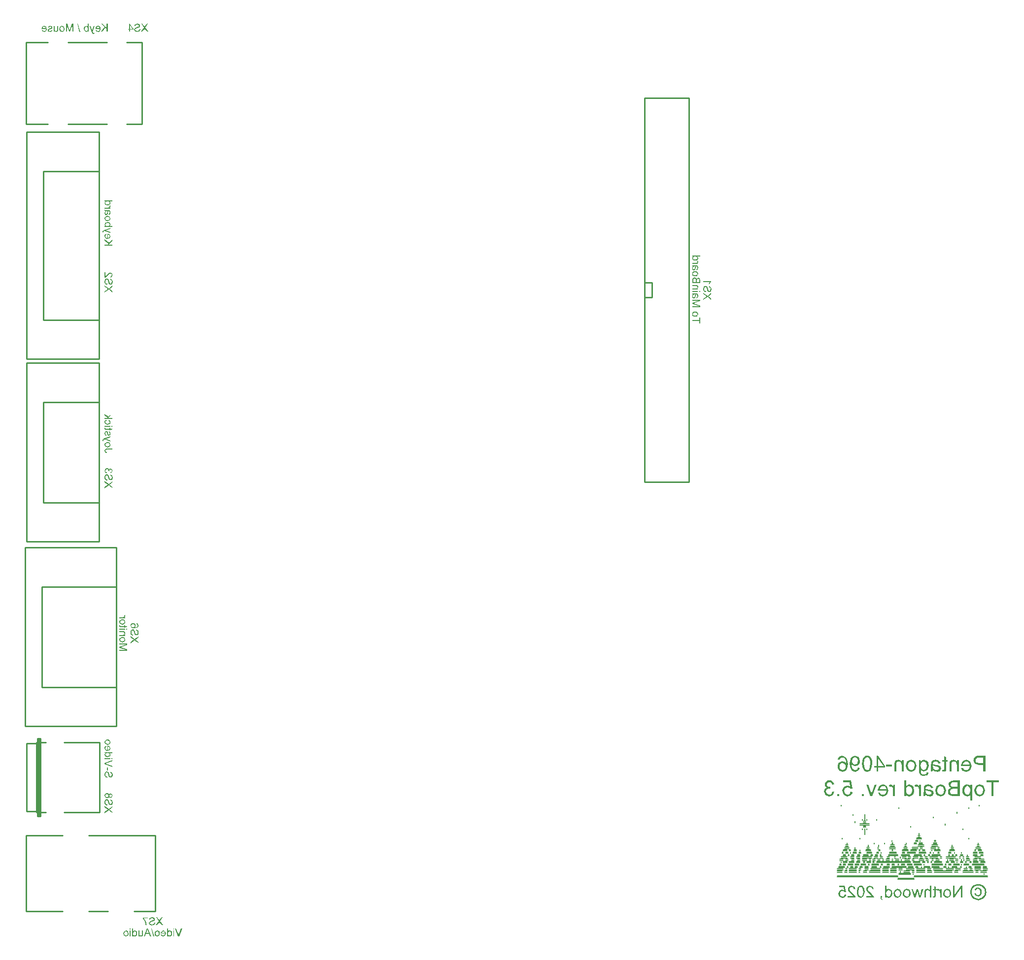
<source format=gbo>
G04*
G04  File:            TOPBOARD-V5.3.0.GBO, Sat Oct 04 01:36:21 2025*
G04  Source:          P-CAD 2006 PCB, Version 19.02.958, (D:\PCAD-2006\Projects\Pentagon-4096\Hardware\TopBoard-v5.3.0.PCB)*
G04  Format:          Gerber Format (RS-274-D), ASCII*
G04*
G04  Format Options:  Absolute Positioning*
G04                   Leading-Zero Suppression*
G04                   Scale Factor 1:1*
G04                   NO Circular Interpolation*
G04                   Inch Units*
G04                   Numeric Format: 4.4 (XXXX.XXXX)*
G04                   G54 NOT Used for Aperture Change*
G04                   Apertures Embedded*
G04*
G04  File Options:    Offset = (0.0mil,0.0mil)*
G04                   Drill Symbol Size = 80.0mil*
G04                   No Pad/Via Holes*
G04*
G04  File Contents:   No Pads*
G04                   No Vias*
G04                   Designators*
G04                   Types*
G04                   Values*
G04                   No Drill Symbols*
G04                   Bot Silk*
G04*
%INTOPBOARD-V5.3.0.GBO*%
%ICAS*%
%MOIN*%
G04*
G04  Aperture MACROs for general use --- invoked via D-code assignment *
G04*
G04  General MACRO for flashed round with rotation and/or offset hole *
%AMROTOFFROUND*
1,1,$1,0.0000,0.0000*
1,0,$2,$3,$4*%
G04*
G04  General MACRO for flashed oval (obround) with rotation and/or offset hole *
%AMROTOFFOVAL*
21,1,$1,$2,0.0000,0.0000,$3*
1,1,$4,$5,$6*
1,1,$4,0-$5,0-$6*
1,0,$7,$8,$9*%
G04*
G04  General MACRO for flashed oval (obround) with rotation and no hole *
%AMROTOVALNOHOLE*
21,1,$1,$2,0.0000,0.0000,$3*
1,1,$4,$5,$6*
1,1,$4,0-$5,0-$6*%
G04*
G04  General MACRO for flashed rectangle with rotation and/or offset hole *
%AMROTOFFRECT*
21,1,$1,$2,0.0000,0.0000,$3*
1,0,$4,$5,$6*%
G04*
G04  General MACRO for flashed rectangle with rotation and no hole *
%AMROTRECTNOHOLE*
21,1,$1,$2,0.0000,0.0000,$3*%
G04*
G04  General MACRO for flashed rounded-rectangle *
%AMROUNDRECT*
21,1,$1,$2-$4,0.0000,0.0000,$3*
21,1,$1-$4,$2,0.0000,0.0000,$3*
1,1,$4,$5,$6*
1,1,$4,$7,$8*
1,1,$4,0-$5,0-$6*
1,1,$4,0-$7,0-$8*
1,0,$9,$10,$11*%
G04*
G04  General MACRO for flashed rounded-rectangle with rotation and no hole *
%AMROUNDRECTNOHOLE*
21,1,$1,$2-$4,0.0000,0.0000,$3*
21,1,$1-$4,$2,0.0000,0.0000,$3*
1,1,$4,$5,$6*
1,1,$4,$7,$8*
1,1,$4,0-$5,0-$6*
1,1,$4,0-$7,0-$8*%
G04*
G04  General MACRO for flashed regular polygon *
%AMREGPOLY*
5,1,$1,0.0000,0.0000,$2,$3+$4*
1,0,$5,$6,$7*%
G04*
G04  General MACRO for flashed regular polygon with no hole *
%AMREGPOLYNOHOLE*
5,1,$1,0.0000,0.0000,$2,$3+$4*%
G04*
G04  General MACRO for target *
%AMTARGET*
6,0,0,$1,$2,$3,4,$4,$5,$6*%
G04*
G04  General MACRO for mounting hole *
%AMMTHOLE*
1,1,$1,0,0*
1,0,$2,0,0*
$1=$1-$2*
$1=$1/2*
21,1,$2+$1,$3,0,0,$4*
21,1,$3,$2+$1,0,0,$4*%
G04*
G04*
G04  D10 : "Ellipse X10.0mil Y10.0mil H0.0mil 0.0deg (0.0mil,0.0mil) Draw"*
G04  Disc: OuterDia=0.0100*
%ADD10C, 0.0100*%
G04  D11 : "Ellipse X15.0mil Y15.0mil H0.0mil 0.0deg (0.0mil,0.0mil) Draw"*
G04  Disc: OuterDia=0.0150*
%ADD11C, 0.0150*%
G04  D12 : "Ellipse X16.0mil Y16.0mil H0.0mil 0.0deg (0.0mil,0.0mil) Draw"*
G04  Disc: OuterDia=0.0160*
%ADD12C, 0.0160*%
G04  D13 : "Ellipse X20.0mil Y20.0mil H0.0mil 0.0deg (0.0mil,0.0mil) Draw"*
G04  Disc: OuterDia=0.0200*
%ADD13C, 0.0200*%
G04  D14 : "Ellipse X25.0mil Y25.0mil H0.0mil 0.0deg (0.0mil,0.0mil) Draw"*
G04  Disc: OuterDia=0.0250*
%ADD14C, 0.0250*%
G04  D15 : "Ellipse X30.0mil Y30.0mil H0.0mil 0.0deg (0.0mil,0.0mil) Draw"*
G04  Disc: OuterDia=0.0300*
%ADD15C, 0.0300*%
G04  D16 : "Ellipse X40.0mil Y40.0mil H0.0mil 0.0deg (0.0mil,0.0mil) Draw"*
G04  Disc: OuterDia=0.0400*
%ADD16C, 0.0400*%
G04  D17 : "Ellipse X5.0mil Y5.0mil H0.0mil 0.0deg (0.0mil,0.0mil) Draw"*
G04  Disc: OuterDia=0.0050*
%ADD17C, 0.0050*%
G04  D18 : "Ellipse X6.0mil Y6.0mil H0.0mil 0.0deg (0.0mil,0.0mil) Draw"*
G04  Disc: OuterDia=0.0060*
%ADD18C, 0.0060*%
G04  D19 : "Ellipse X8.0mil Y8.0mil H0.0mil 0.0deg (0.0mil,0.0mil) Draw"*
G04  Disc: OuterDia=0.0080*
%ADD19C, 0.0080*%
G04  D20 : "Ellipse X9.8mil Y9.8mil H0.0mil 0.0deg (0.0mil,0.0mil) Draw"*
G04  Disc: OuterDia=0.0098*
%ADD20C, 0.0098*%
G04  D21 : "Ellipse X9.8mil Y9.8mil H0.0mil 0.0deg (0.0mil,0.0mil) Draw"*
G04  Disc: OuterDia=0.0098*
%ADD21C, 0.0098*%
G04  D22 : "Ellipse X111.0mil Y111.0mil H0.0mil 0.0deg (0.0mil,0.0mil) Flash"*
G04  Disc: OuterDia=0.1110*
%ADD22C, 0.1110*%
G04  D23 : "Ellipse X128.0mil Y128.0mil H0.0mil 0.0deg (0.0mil,0.0mil) Flash"*
G04  Disc: OuterDia=0.1280*
%ADD23C, 0.1280*%
G04  D24 : "Ellipse X143.0mil Y143.0mil H0.0mil 0.0deg (0.0mil,0.0mil) Flash"*
G04  Disc: OuterDia=0.1430*
%ADD24C, 0.1430*%
G04  D25 : "Ellipse X200.0mil Y200.0mil H0.0mil 0.0deg (0.0mil,0.0mil) Flash"*
G04  Disc: OuterDia=0.2000*
%ADD25C, 0.2000*%
G04  D26 : "Ellipse X215.0mil Y215.0mil H0.0mil 0.0deg (0.0mil,0.0mil) Flash"*
G04  Disc: OuterDia=0.2150*
%ADD26C, 0.2150*%
G04  D27 : "Ellipse X50.0mil Y50.0mil H0.0mil 0.0deg (0.0mil,0.0mil) Flash"*
G04  Disc: OuterDia=0.0500*
%ADD27C, 0.0500*%
G04  D28 : "Ellipse X58.0mil Y58.0mil H0.0mil 0.0deg (0.0mil,0.0mil) Flash"*
G04  Disc: OuterDia=0.0580*
%ADD28C, 0.0580*%
G04  D29 : "Ellipse X60.0mil Y60.0mil H0.0mil 0.0deg (0.0mil,0.0mil) Flash"*
G04  Disc: OuterDia=0.0600*
%ADD29C, 0.0600*%
G04  D30 : "Ellipse X64.0mil Y64.0mil H0.0mil 0.0deg (0.0mil,0.0mil) Flash"*
G04  Disc: OuterDia=0.0640*
%ADD30C, 0.0640*%
G04  D31 : "Ellipse X65.0mil Y65.0mil H0.0mil 0.0deg (0.0mil,0.0mil) Flash"*
G04  Disc: OuterDia=0.0650*
%ADD31C, 0.0650*%
G04  D32 : "Ellipse X69.0mil Y69.0mil H0.0mil 0.0deg (0.0mil,0.0mil) Flash"*
G04  Disc: OuterDia=0.0690*
%ADD32C, 0.0690*%
G04  D33 : "Ellipse X73.0mil Y73.0mil H0.0mil 0.0deg (0.0mil,0.0mil) Flash"*
G04  Disc: OuterDia=0.0730*
%ADD33C, 0.0730*%
G04  D34 : "Ellipse X75.0mil Y75.0mil H0.0mil 0.0deg (0.0mil,0.0mil) Flash"*
G04  Disc: OuterDia=0.0750*
%ADD34C, 0.0750*%
G04  D35 : "Ellipse X79.0mil Y79.0mil H0.0mil 0.0deg (0.0mil,0.0mil) Flash"*
G04  Disc: OuterDia=0.0790*
%ADD35C, 0.0790*%
G04  D36 : "Ellipse X84.0mil Y84.0mil H0.0mil 0.0deg (0.0mil,0.0mil) Flash"*
G04  Disc: OuterDia=0.0840*
%ADD36C, 0.0840*%
G04  D37 : "Ellipse X90.0mil Y90.0mil H0.0mil 0.0deg (0.0mil,0.0mil) Flash"*
G04  Disc: OuterDia=0.0900*
%ADD37C, 0.0900*%
G04  D38 : "Ellipse X96.0mil Y96.0mil H0.0mil 0.0deg (0.0mil,0.0mil) Flash"*
G04  Disc: OuterDia=0.0960*
%ADD38C, 0.0960*%
G04  D39 : "Rectangle X114.0mil Y114.0mil H0.0mil 0.0deg (0.0mil,0.0mil) Flash"*
G04  Square: Side=0.1140, Rotation=0.0, OffsetX=0.0000, OffsetY=0.0000, HoleDia=0.0000*
%ADD39R, 0.1140 X0.1140*%
G04  D40 : "Rectangle X50.0mil Y50.0mil H0.0mil 0.0deg (0.0mil,0.0mil) Flash"*
G04  Square: Side=0.0500, Rotation=0.0, OffsetX=0.0000, OffsetY=0.0000, HoleDia=0.0000*
%ADD40R, 0.0500 X0.0500*%
G04  D41 : "Rectangle X60.0mil Y60.0mil H0.0mil 0.0deg (0.0mil,0.0mil) Flash"*
G04  Square: Side=0.0600, Rotation=0.0, OffsetX=0.0000, OffsetY=0.0000, HoleDia=0.0000*
%ADD41R, 0.0600 X0.0600*%
G04  D42 : "Rectangle X64.0mil Y64.0mil H0.0mil 0.0deg (0.0mil,0.0mil) Flash"*
G04  Square: Side=0.0640, Rotation=0.0, OffsetX=0.0000, OffsetY=0.0000, HoleDia=0.0000*
%ADD42R, 0.0640 X0.0640*%
G04  D43 : "Rectangle X65.0mil Y65.0mil H0.0mil 0.0deg (0.0mil,0.0mil) Flash"*
G04  Square: Side=0.0650, Rotation=0.0, OffsetX=0.0000, OffsetY=0.0000, HoleDia=0.0000*
%ADD43R, 0.0650 X0.0650*%
G04  D44 : "Rectangle X69.0mil Y69.0mil H0.0mil 0.0deg (0.0mil,0.0mil) Flash"*
G04  Square: Side=0.0690, Rotation=0.0, OffsetX=0.0000, OffsetY=0.0000, HoleDia=0.0000*
%ADD44R, 0.0690 X0.0690*%
G04  D45 : "Rectangle X75.0mil Y75.0mil H0.0mil 0.0deg (0.0mil,0.0mil) Flash"*
G04  Square: Side=0.0750, Rotation=0.0, OffsetX=0.0000, OffsetY=0.0000, HoleDia=0.0000*
%ADD45R, 0.0750 X0.0750*%
G04  D46 : "Rectangle X79.0mil Y79.0mil H0.0mil 0.0deg (0.0mil,0.0mil) Flash"*
G04  Square: Side=0.0790, Rotation=0.0, OffsetX=0.0000, OffsetY=0.0000, HoleDia=0.0000*
%ADD46R, 0.0790 X0.0790*%
G04  D47 : "Rectangle X84.0mil Y84.0mil H0.0mil 0.0deg (0.0mil,0.0mil) Flash"*
G04  Square: Side=0.0840, Rotation=0.0, OffsetX=0.0000, OffsetY=0.0000, HoleDia=0.0000*
%ADD47R, 0.0840 X0.0840*%
G04  D48 : "Rectangle X99.0mil Y99.0mil H0.0mil 0.0deg (0.0mil,0.0mil) Flash"*
G04  Square: Side=0.0990, Rotation=0.0, OffsetX=0.0000, OffsetY=0.0000, HoleDia=0.0000*
%ADD48R, 0.0990 X0.0990*%
G04  D49 : "Ellipse X30.0mil Y30.0mil H0.0mil 0.0deg (0.0mil,0.0mil) Flash"*
G04  Disc: OuterDia=0.0300*
%ADD49C, 0.0300*%
G04  D50 : "Ellipse X45.0mil Y45.0mil H0.0mil 0.0deg (0.0mil,0.0mil) Flash"*
G04  Disc: OuterDia=0.0450*
%ADD50C, 0.0450*%
G04*
%FSLAX44Y44*%
%SFA1B1*%
%OFA0.0000B0.0000*%
G04*
G70*
G90*
G01*
D2*
%LNBot Silk*%
D19*
X155690Y161580*
X155530D1*
X155370D2*
X155050D1*
X155690Y161740D2*
X155610D1*
X155690Y161820D2*
X155610D1*
X155450Y161740D2*
X155050D1*
X155450Y161820D2*
X155050D1*
X155690Y161660D2*
X155530D1*
X155370D2*
X155050D1*
X155530Y161900D2*
X155130D1*
X155770D2*
X155690D1*
X155610Y162060D2*
X155450D1*
X155610Y162140D2*
X155450D1*
X155290Y162060D2*
X155210D1*
X155290Y162140D2*
X155210D1*
X155690Y162220D2*
X155450D1*
X155690Y162300D2*
X155450D1*
X155290Y162220D2*
Y162300D1*
X155450Y162380D2*
X155210D1*
X155770D2*
X155610D1*
X155690Y162540D2*
X155290D1*
X155690Y162620D2*
X155290D1*
X155610Y162700D2*
X155450D1*
X155610Y162780D2*
X155450D1*
Y162860D2*
X155370D1*
X155450Y162940D2*
X155370D1*
X155690Y163020D2*
X155450D1*
X155770Y162860D2*
X155610D1*
X155770Y162940D2*
X155610D1*
X155930Y162860D2*
Y162940D1*
X155690Y163100D2*
X155450D1*
X155930Y163020D2*
X155850D1*
Y162700D2*
X155770D1*
X155850Y162780D2*
X155770D1*
X155850Y163180D2*
X155530D1*
X155930Y163100D2*
X155850D1*
X155450Y162460D2*
X155210D1*
X155770D2*
X155610D1*
X155690Y163500D2*
Y163580D1*
X155370Y163820D2*
Y163900D1*
X155770Y163340D2*
X155610D1*
X155770Y163420D2*
X155610D1*
X155850Y163260D2*
X155530D1*
X155290Y166060D2*
Y166140D1*
X156570Y161580D2*
X156490D1*
X156570Y161660D2*
X156490D1*
X158490Y161580D2*
X158090D1*
X158490Y161740D2*
X158090D1*
X158490Y161820D2*
X158090D1*
X158490Y161660D2*
X158090D1*
X157050Y161580D2*
X156810D1*
X157130Y161740D2*
X156890D1*
X157130Y161820D2*
X156890D1*
X157050Y161660D2*
X156810D1*
X158570Y161900D2*
X158170D1*
X158010D2*
X157930D1*
X157690D2*
X157370D1*
X157130D2*
X156890D1*
X157930Y161580D2*
X157210D1*
X157930Y161740D2*
X157290D1*
X157930Y161820D2*
X157290D1*
X157930Y161660D2*
X157210D1*
X156650Y161740D2*
X156490D1*
X156650Y161820D2*
X156490D1*
X156730Y161900D2*
X156570D1*
X156410D2*
X156250D1*
X156570Y162220D2*
X156330D1*
X156570Y162300D2*
X156330D1*
X156570Y162380D2*
X156410D1*
X158570Y162060D2*
X158410D1*
X158570Y162140D2*
X158410D1*
X158090Y162060D2*
X158010D1*
X158090Y162140D2*
X158010D1*
X158570Y162380D2*
X158330D1*
X158170D2*
X158090D1*
X157930D2*
X157770D1*
X157850Y162060D2*
X157370D1*
X157850Y162140D2*
X157370D1*
X157530Y162220D2*
X157450D1*
X157530Y162300D2*
X157450D1*
X157610Y162380D2*
X157450D1*
X157210Y162060D2*
X157130D1*
X157210Y162140D2*
X157130D1*
X156890Y162220D2*
X156810D1*
X156890Y162300D2*
X156810D1*
X157050Y162380D2*
X156730D1*
X157290Y162220D2*
X157050D1*
X157290Y162300D2*
X157050D1*
X157290Y162380D2*
X157210D1*
X156970Y162060D2*
X156650D1*
X156970Y162140D2*
X156650D1*
X158890Y162060D2*
X158730D1*
X158890Y162140D2*
X158730D1*
X158810Y162380D2*
X158730D1*
X156570Y162540D2*
X156330D1*
X156570Y162620D2*
X156330D1*
X156570Y162700D2*
X156410D1*
X156570Y162780D2*
X156410D1*
X158570Y162540D2*
X158410D1*
X158570Y162620D2*
X158410D1*
X158090Y162540D2*
X157930D1*
X158090Y162620D2*
X157930D1*
X158010Y162700D2*
X157930D1*
X158010Y162780D2*
X157930D1*
X157770Y162700D2*
X157610D1*
X157770Y162780D2*
X157610D1*
X158010Y162860D2*
Y162940D1*
X157850Y162860D2*
X157690D1*
X157850Y162940D2*
X157690D1*
X157930Y163020D2*
X157850D1*
X157770Y162540D2*
X157530D1*
X157770Y162620D2*
X157530D1*
X157130Y162700D2*
X156810D1*
X157130Y162780D2*
X156810D1*
X157370Y162540D2*
X156730D1*
X157370Y162620D2*
X156730D1*
X157450Y162700D2*
X157290D1*
X157450Y162780D2*
X157290D1*
X157370Y162860D2*
X157050D1*
X157370Y162940D2*
X157050D1*
X157290Y163020D2*
X156970D1*
X156650Y162860D2*
X156490D1*
X156650Y162940D2*
X156490D1*
X157850Y163180D2*
X157770D1*
X157210D2*
X157050D1*
X156570Y163020D2*
Y163100D1*
X157930D2*
X157850D1*
X157290D2*
X156970D1*
X158810Y163020D2*
X158730D1*
X158810Y163100D2*
X158730D1*
X156570Y162460D2*
X156410D1*
X158570D2*
X158330D1*
X158170D2*
X158090D1*
X157930D2*
X157770D1*
X157610D2*
X157450D1*
X157050D2*
X156730D1*
X157290D2*
X157210D1*
X158810D2*
X158730D1*
X156490Y162060D2*
X156250D1*
X156490Y162140D2*
X156250D1*
X156330Y162860D2*
X156090D1*
X156330Y162940D2*
X156090D1*
X156330Y163020D2*
X156170D1*
X156330Y163100D2*
X156170D1*
X156570Y163820D2*
Y163900D1*
X157850Y163340D2*
Y163420D1*
X158250Y163500D2*
Y163580D1*
X158730Y163660D2*
Y163740D1*
X157530Y163500D2*
Y163580D1*
X157130Y163340D2*
Y163420D1*
X156890Y164140D2*
Y164540D1*
X157050Y164460D2*
Y164540D1*
X156730Y164460D2*
Y164540D1*
X156970Y164620D2*
X156810D1*
X156970Y164700D2*
X156810D1*
X156970Y164940D2*
X156810D1*
X157210Y164780D2*
X156570D1*
X157210Y164860D2*
X156570D1*
X158890Y163340D2*
X158650D1*
X158890Y163420D2*
X158650D1*
X158810Y163500D2*
X158730D1*
X158810Y163580D2*
X158730D1*
X157850Y163260D2*
X157770D1*
X157210D2*
X157050D1*
X156250Y163180D2*
Y163260D1*
X157690Y165100D2*
Y165180D1*
X157050Y165100D2*
Y165180D1*
X156730Y165100D2*
Y165180D1*
X156090Y165420D2*
Y165500D1*
X156890Y165100D2*
Y165500D1*
X159290Y161660D2*
Y161580D1*
X161450D2*
X161130D1*
X161370Y161740D2*
X161130D1*
X161370Y161820D2*
X161130D1*
X161450Y161660D2*
X161130D1*
X160970Y161580D2*
X160410D1*
X160970Y161740D2*
X160410D1*
X160970Y161820D2*
X160410D1*
X160970Y161660D2*
X160410D1*
X160170Y161500D2*
Y161420D1*
X160250Y161580D2*
X160090D1*
X160250Y161740D2*
X159690D1*
X160250Y161820D2*
X159690D1*
X160250Y161660D2*
X160090D1*
X161290Y161900D2*
X160890D1*
X160170D2*
X159850D1*
X160490D2*
X160330D1*
X159930Y161580D2*
X159530D1*
X159930Y161660D2*
X159530D1*
X161930Y161900D2*
X161450D1*
X159450Y161740D2*
X159210D1*
X159450Y161820D2*
X159210D1*
X160250Y161100D2*
X159130D1*
X160250Y161180D2*
X159130D1*
X160010Y161420D2*
X159210D1*
X160010Y161500D2*
X159210D1*
X160890Y162060D2*
Y162140D1*
X161450Y162220D2*
X161370D1*
X161450Y162300D2*
X161370D1*
X161210Y162220D2*
X161130D1*
X161210Y162300D2*
X161130D1*
X160970Y162220D2*
X160810D1*
X160970Y162300D2*
X160810D1*
X161530Y162380D2*
X161450D1*
X161210D2*
X161050D1*
X160890D2*
X160570D1*
X160090Y162060D2*
X159770D1*
X160090Y162140D2*
X159770D1*
X160250Y162380D2*
X160090D1*
X160730Y162060D2*
X160250D1*
X160730Y162140D2*
X160250D1*
X160650Y162220D2*
X160170D1*
X160650Y162300D2*
X160170D1*
X159610Y162060D2*
X159370D1*
X159610Y162140D2*
X159370D1*
X159930Y162380D2*
X159610D1*
X161930D2*
X161690D1*
X159290Y162540D2*
Y162620D1*
X161130Y162540D2*
X160970D1*
X161130Y162620D2*
X160970D1*
X160810Y162540D2*
X160650D1*
X160810Y162620D2*
X160650D1*
X161290Y162700D2*
X161210D1*
X161290Y162780D2*
X161210D1*
X160970Y162700D2*
X160890D1*
X160970Y162780D2*
X160890D1*
X161530Y162860D2*
Y162940D1*
X161370Y162860D2*
X161290D1*
X161370Y162940D2*
X161290D1*
X161050Y162860D2*
X160570D1*
X161050Y162940D2*
X160570D1*
X160970Y163020D2*
X160810D1*
X160650D2*
X160570D1*
X160010Y162540D2*
X159850D1*
X160010Y162620D2*
X159850D1*
X160330Y162860D2*
X159770D1*
X160330Y162940D2*
X159770D1*
X160410Y163020D2*
X160010D1*
X160490Y162540D2*
X160170D1*
X160490Y162620D2*
X160170D1*
X160730Y162700D2*
X160250D1*
X160730Y162780D2*
X160250D1*
X159690Y162540D2*
X159450D1*
X159690Y162620D2*
X159450D1*
X159930Y162700D2*
X159370D1*
X159930Y162780D2*
X159370D1*
X159610Y162860D2*
X159450D1*
X159610Y162940D2*
X159450D1*
X159850Y163020D2*
X159450D1*
X161690Y163180D2*
X161370D1*
X160810D2*
X160650D1*
X160490D2*
X160090D1*
X159770D2*
X159530D1*
X161450Y163020D2*
Y163100D1*
X160970D2*
X160810D1*
X160650D2*
X160570D1*
X160410D2*
X160010D1*
X159850D2*
X159450D1*
X161930Y162860D2*
X161850D1*
X161930Y162940D2*
X161850D1*
Y162540D2*
X161290D1*
X161850Y162620D2*
X161290D1*
X161930Y163180D2*
X161850D1*
X159370Y162380D2*
Y162460D1*
X161530D2*
X161450D1*
X161210D2*
X161050D1*
X160890D2*
X160570D1*
X160250D2*
X160090D1*
X159930D2*
X159610D1*
X161930D2*
X161690D1*
X159210Y162060D2*
X159130D1*
X159210Y162140D2*
X159130D1*
X160810Y163500D2*
X160570D1*
X160810Y163580D2*
X160570D1*
X161690Y163660D2*
X161610D1*
X161690Y163740D2*
X161610D1*
X160650Y163660D2*
Y163740D1*
X160570Y164140D2*
Y164220D1*
X161770Y163500D2*
X161530D1*
X161770Y163580D2*
X161530D1*
X160890Y163340D2*
X160490D1*
X160890Y163420D2*
X160490D1*
X160730Y163820D2*
X160410D1*
X160730Y163900D2*
X160410D1*
X160650Y163980D2*
X160490D1*
X160650Y164060D2*
X160490D1*
X159690Y163500D2*
Y163580D1*
X160010Y164620D2*
Y164700D1*
X160410Y163500D2*
X160250D1*
X160410Y163580D2*
X160250D1*
X160490Y163660D2*
X160330D1*
X160490Y163740D2*
X160330D1*
X159690Y163340D2*
X159610D1*
X159690Y163420D2*
X159610D1*
X161850Y163340D2*
X161450D1*
X161850Y163420D2*
X161450D1*
X161690Y163260D2*
X161370D1*
X160810D2*
X160650D1*
X160490D2*
X160090D1*
X159770D2*
X159530D1*
X161930D2*
X161850D1*
X161530Y165260D2*
Y165340D1*
X159210Y165900D2*
Y165980D1*
X164570Y161580D2*
X164410D1*
X164170Y161740D2*
X164010D1*
X164170Y161820D2*
X164010D1*
X163850Y161740D2*
X163610D1*
X163850Y161820D2*
X163610D1*
X164730Y161740D2*
X164330D1*
X164730Y161820D2*
X164330D1*
X164570Y161660D2*
X164410D1*
X164250Y161580D2*
X163530D1*
X164250Y161660D2*
X163530D1*
X163210Y161580D2*
X162970D1*
X163210Y161660D2*
X162970D1*
X164090Y161900D2*
X163930D1*
X164730D2*
X164330D1*
X163450D2*
X163370D1*
X163130D2*
X162810D1*
X163370Y161740D2*
X163050D1*
X163370Y161820D2*
X163050D1*
X162890Y161740D2*
X162410D1*
X162890Y161820D2*
X162410D1*
Y161900D2*
X162250D1*
D2*
D10*
D19*
X162410Y162060*
X162330D1*
X162410Y162140D2*
X162330D1*
X162570Y162220D2*
X162410D1*
X162570Y162300D2*
X162410D1*
X163930Y162060D2*
X163610D1*
X163930Y162140D2*
X163610D1*
X164570Y162220D2*
X164250D1*
X164570Y162300D2*
X164250D1*
X164090Y162220D2*
X164010D1*
X164090Y162300D2*
X164010D1*
X163770Y162220D2*
X163690D1*
X163770Y162300D2*
X163690D1*
X164490Y162380D2*
X164250D1*
X164010D2*
X163770D1*
X163450Y162140D2*
Y162060D1*
X163530Y162220D2*
X163370D1*
X163530Y162300D2*
X163370D1*
X163130Y162220D2*
Y162300D1*
X162970Y162220D2*
X162730D1*
X162970Y162300D2*
X162730D1*
X163210Y162380D2*
X163050D1*
X163290Y162060D2*
X162890D1*
X163290Y162140D2*
X162890D1*
X162730Y162060D2*
X162570D1*
X162730Y162140D2*
X162570D1*
X162890Y162380D2*
X162650D1*
X163930Y162540D2*
X163770D1*
X163930Y162620D2*
X163770D1*
X164490Y162700D2*
X164250D1*
X164490Y162780D2*
X164250D1*
X163850Y162700D2*
Y162780D1*
X164490Y162860D2*
X164250D1*
X164490Y162940D2*
X164250D1*
X164410Y163020D2*
X164330D1*
X164730Y162540D2*
X164330D1*
X164730Y162620D2*
X164330D1*
X163450Y162860D2*
Y162940D1*
X163610Y162540D2*
X163530D1*
X163610Y162620D2*
X163530D1*
Y162700D2*
X163370D1*
X163530Y162780D2*
X163370D1*
X163130Y162700D2*
X163050D1*
X163130Y162780D2*
X163050D1*
X162890Y162700D2*
X162810D1*
X162890Y162780D2*
X162810D1*
X162970Y162860D2*
Y162940D1*
X163370Y162540D2*
X163290D1*
X163370Y162620D2*
X163290D1*
X163050Y162540D2*
X162410D1*
X163050Y162620D2*
X162410D1*
X162650Y162700D2*
X162570D1*
X162650Y162780D2*
X162570D1*
X162730Y162860D2*
X162570D1*
X162730Y162940D2*
X162570D1*
X162970Y163020D2*
X162650D1*
X164730Y163180D2*
X164410D1*
X162890D2*
X162730D1*
X164410Y163100D2*
X164330D1*
X162970D2*
X162650D1*
X164890Y162700D2*
X164730D1*
X164890Y162780D2*
X164730D1*
X164890Y162860D2*
X164650D1*
X164890Y162940D2*
X164650D1*
X164810Y163020D2*
X164570D1*
X164810Y163100D2*
X164570D1*
X162490Y162380D2*
Y162460D1*
X164490D2*
X164250D1*
X164010D2*
X163770D1*
X163610Y162380D2*
Y162460D1*
X163450Y162380D2*
Y162460D1*
X163210D2*
X163050D1*
X162890D2*
X162650D1*
X162330Y164780D2*
Y164860D1*
X164650Y163340D2*
X164490D1*
X164650Y163420D2*
X164490D1*
X164570Y163500D2*
Y163580D1*
X163930Y163820D2*
Y163900D1*
X163530Y164460D2*
Y164540D1*
X162810Y163340D2*
Y163420D1*
X164730Y163260D2*
X164410D1*
X162890D2*
X162730D1*
X163930Y165900D2*
Y165980D1*
X163130Y165580D2*
Y165660D1*
X164650Y166060D2*
Y166140D1*
X155530Y161980D2*
X155130D1*
X155770D2*
X155690D1*
X158570D2*
X158170D1*
X158010D2*
X157930D1*
X157690D2*
X157370D1*
X157130D2*
X156890D1*
X156730D2*
X156570D1*
X156410D2*
X156250D1*
X156970Y165020D2*
X156810D1*
X156250Y164940D2*
Y165020D1*
X161290Y161980D2*
X160890D1*
X160170D2*
X159850D1*
X160730Y161900D2*
Y161980D1*
X160490D2*
X160330D1*
X161930D2*
X161450D1*
X162570Y161900D2*
Y161980D1*
X164090D2*
X163930D1*
X164730D2*
X164330D1*
X163450D2*
X163370D1*
X163130D2*
X162810D1*
X163770D2*
Y161900D1*
X162410Y161980D2*
X162250D1*
X156090Y161900D2*
X155930D1*
X156330Y161580D2*
X155850D1*
X156330Y161740D2*
X155850D1*
X156330Y161820D2*
X155850D1*
X156330Y161660D2*
X155850D1*
X156170Y162380D2*
X156010D1*
X156170Y162220D2*
X155850D1*
X156170Y162300D2*
X155850D1*
X156090Y162060D2*
X155770D1*
X156090Y162140D2*
X155770D1*
X156170Y162540D2*
X155930D1*
X156170Y162620D2*
X155930D1*
X156170Y162700D2*
X156010D1*
X156170Y162780D2*
X156010D1*
X156170Y162460D2*
X156010D1*
X159050Y161580D2*
X158650D1*
X159050Y161740D2*
X158650D1*
X159050Y161820D2*
X158650D1*
X159050Y161660D2*
X158650D1*
X162170Y161740D2*
X161530D1*
X162170Y161820D2*
X161530D1*
X159690Y161900D2*
X158730D1*
X162810Y161580D2*
X161610D1*
X162810Y161660D2*
X161610D1*
X164970Y161500D2*
Y161420D1*
X165130Y161900D2*
X164890D1*
X165130Y161580D2*
X164730D1*
X165130Y161660D2*
X164730D1*
X165210Y161740D2*
X164890D1*
X165210Y161820D2*
X164890D1*
D2*
D10*
X164556Y159750*
X164653Y159759D1*
X164747Y159788*
X164833Y159834*
X164909Y159896*
X164971Y159972*
X165018Y160058*
X165046Y160152*
X165056Y160250*
X165046Y160347*
X165018Y160441*
X164971Y160527*
X164909Y160603*
X164833Y160665*
X164747Y160712*
X164653Y160740*
X164556Y160750*
X164458Y160740*
X164364Y160712*
X164278Y160665*
X164202Y160603*
X164140Y160527*
X164094Y160441*
X164065Y160347*
X164056Y160250*
X164065Y160152*
X164094Y160058*
X164140Y159972*
X164202Y159896*
X164278Y159834*
X164364Y159788*
X164458Y159759*
X164556Y159750*
D2*
D19*
X165210Y161260*
X160250D1*
X165210Y161340D2*
X160250D1*
X158970Y162540D2*
X158890D1*
X158970Y162620D2*
X158890D1*
X159130Y162700D2*
X158490D1*
X159130Y162780D2*
X158490D1*
X159050Y162860D2*
X158570D1*
X159050Y162940D2*
X158570D1*
X158970Y163180D2*
X158570D1*
X162170Y162060D2*
X161450D1*
X162170Y162140D2*
X161450D1*
X162090Y162220D2*
X161610D1*
X162090Y162300D2*
X161610D1*
X162090Y162540D2*
X162010D1*
X162090Y162620D2*
X162010D1*
Y162700D2*
X161450D1*
X162010Y162780D2*
X161450D1*
X162010Y163020D2*
X161610D1*
X162010Y163100D2*
X161610D1*
X159210Y162380D2*
X158970D1*
X160010Y162220D2*
X157690D1*
X160010Y162300D2*
X157690D1*
X159210Y162460D2*
X158970D1*
X164970Y162060D2*
X164170D1*
X164970Y162140D2*
X164170D1*
X165050Y162220D2*
X164730D1*
X165050Y162300D2*
X164730D1*
X164970Y162380D2*
X164650D1*
X164970Y162460D2*
X164650D1*
X158970Y163260D2*
X158570D1*
X156090Y161980D2*
X155930D1*
X159690D2*
X158730D1*
X165130D2*
X164890D1*
X159130Y161260D2*
X155050D1*
X159130Y161340D2*
X155050D1*
D2*
D10*
X100187Y165687*
X100875D1*
X101500Y165625D2*
X100875D1*
Y170312D2*
X100187D1*
X101500Y170375D2*
X100875D1*
X105125D2*
Y165625D1*
X100875D2*
Y170375D1*
X100187Y170312D2*
Y165687D1*
X100975Y165412D2*
X101087D1*
X100975Y165462D2*
X101087D1*
X100975Y165512D2*
X101087D1*
X100975Y165561D2*
X101087D1*
X100975Y165611D2*
X101087D1*
X100975Y165661D2*
X101087D1*
X100975Y165711D2*
X101087D1*
X100975Y165760D2*
X101087D1*
X100975Y165810D2*
X101087D1*
X100975Y165860D2*
X101087D1*
X100975Y165910D2*
X101087D1*
X100975Y165959D2*
X101087D1*
X100975Y166009D2*
X101087D1*
X100975Y166059D2*
X101087D1*
X100975Y166109D2*
X101087D1*
X100975Y166158D2*
X101087D1*
X100975Y166208D2*
X101087D1*
X100975Y166258D2*
X101087D1*
X100975Y166308D2*
X101087D1*
X100975Y166357D2*
X101087D1*
X100975Y166407D2*
X101087D1*
X100975Y166457D2*
X101087D1*
X100975Y166507D2*
X101087D1*
X100975Y166556D2*
X101087D1*
X100975Y166606D2*
X101087D1*
X100975Y166656D2*
X101087D1*
X100975Y166706D2*
X101087D1*
X100975Y166755D2*
X101087D1*
X100975Y166805D2*
X101087D1*
X100975Y166855D2*
X101087D1*
X100975Y166905D2*
X101087D1*
X100975Y166954D2*
X101087D1*
X100975Y167004D2*
X101087D1*
X100975Y167054D2*
X101087D1*
X100975Y167104D2*
X101087D1*
X100975Y167153D2*
X101087D1*
X100975Y167203D2*
X101087D1*
X100975Y167253D2*
X101087D1*
X100975Y167303D2*
X101087D1*
X100975Y167352D2*
X101087D1*
X100975Y167402D2*
X101087D1*
X100975Y167452D2*
X101087D1*
X100975Y167502D2*
X101087D1*
X100975Y167551D2*
X101087D1*
X100975Y167601D2*
X101087D1*
X100975Y167651D2*
X101087D1*
X100975Y167701D2*
X101087D1*
X100975Y167750D2*
X101087D1*
X100975Y167800D2*
X101087D1*
X100975Y167850D2*
X101087D1*
X100975Y167900D2*
X101087D1*
X100975Y167949D2*
X101087D1*
X100975Y167999D2*
X101087D1*
X100975Y168049D2*
X101087D1*
X100975Y168099D2*
X101087D1*
X100975Y168148D2*
X101087D1*
X100975Y168198D2*
X101087D1*
X100975Y168248D2*
X101087D1*
X100975Y168298D2*
X101087D1*
X100975Y168347D2*
X101087D1*
X100975Y168397D2*
X101087D1*
X100975Y168447D2*
X101087D1*
X100975Y168497D2*
X101087D1*
X100975Y168546D2*
X101087D1*
X100975Y168596D2*
X101087D1*
X100975Y168646D2*
X101087D1*
X100975Y168696D2*
X101087D1*
X100975Y168745D2*
X101087D1*
X100975Y168795D2*
X101087D1*
X100975Y168845D2*
X101087D1*
X100975Y168895D2*
X101087D1*
X100975Y168944D2*
X101087D1*
X100975Y168994D2*
X101087D1*
X100975Y169044D2*
X101087D1*
X100975Y169094D2*
X101087D1*
X100975Y169143D2*
X101087D1*
X100975Y169193D2*
X101087D1*
X100975Y169243D2*
X101087D1*
X100975Y169293D2*
X101087D1*
X100975Y169342D2*
X101087D1*
X100975Y169392D2*
X101087D1*
X100975Y169442D2*
X101087D1*
X100975Y169492D2*
X101087D1*
X100975Y169541D2*
X101087D1*
X100975Y169591D2*
X101087D1*
X100975Y169641D2*
X101087D1*
X100975Y169691D2*
X101087D1*
X100975Y169740D2*
X101087D1*
X100975Y169790D2*
X101087D1*
X100975Y169840D2*
X101087D1*
X100975Y169890D2*
X101087D1*
X100975Y169939D2*
X101087D1*
X100975Y169989D2*
X101087D1*
X100975Y170039D2*
X101087D1*
X100975Y170089D2*
X101087D1*
X100975Y170138D2*
X101087D1*
X100975Y170188D2*
X101087D1*
X100975Y170238D2*
X101087D1*
X100975Y170288D2*
X101087D1*
X100975Y170337D2*
X101087D1*
X100975Y170387D2*
X101087D1*
X100975Y170437D2*
X101087D1*
X100975Y170487D2*
X101087D1*
X100975Y170536D2*
X101087D1*
X100975Y170586D2*
X101087D1*
X101137Y170637D2*
X100925D1*
Y165362*
X101137*
Y170637*
X105125Y165625D2*
X102750D1*
Y170375D2*
X105125D1*
X100192Y196062D2*
X105113D1*
X101324Y193404D2*
X105113D1*
X101324Y186613D2*
X105113D1*
Y183955D2*
X100192D1*
X101324Y186613D2*
Y193404D1*
X105113Y183955D2*
Y196062D1*
X100192Y183955D2*
Y196062D1*
X101232Y180904D2*
X106280D1*
X101232Y174113D2*
X106280D1*
X100100Y183562D2*
X106280D1*
Y171455D2*
X100100D1*
X101232Y174113D2*
Y180904D1*
X106280Y171455D2*
Y183562D1*
X100100Y171455D2*
Y183562D1*
X106964Y217755D2*
X107988D1*
X106964Y212244D2*
X107988D1*
X102988Y217755D2*
X105625D1*
X100153D2*
X101649D1*
X102988Y212244D2*
X105625D1*
X100153D2*
X101649D1*
X107988Y217755D2*
Y212244D1*
X100153Y217755D2*
Y212244D1*
X100190Y211697D2*
X105112D1*
X101322Y209039D2*
X105112D1*
X101322Y198978D2*
X105112D1*
Y196321D2*
X100190D1*
X105112D2*
Y211697D1*
X101322Y198978D2*
Y209039D1*
X100190Y196321D2*
Y211697D1*
X142500Y200500D2*
X142000D1*
X142500D2*
Y201500D1*
X142000D2*
X142500D1*
X142000Y188000D2*
Y214000D1*
X145000D2*
Y188000D1*
X142000*
Y214000D2*
X145000D1*
X107460Y158940D2*
X108897D1*
X104409D2*
X105688D1*
X100157Y164059D2*
X102637D1*
X104409D2*
X108897D1*
X100157Y158940D2*
X102637D1*
X108897Y164059D2*
Y158940D1*
X100157Y164059D2*
Y158940D1*
%LNBot Silk_POS_GLYPHS*%
%LPD*%
X100157Y158940D2*
G36*
X164425Y160118*
X164459Y160054D1*
X164493Y160036*
X164556Y160019*
X164603Y160032*
X164672Y160071*
X164694Y160127*
X164717Y160241*
X164705Y160312*
X164671Y160410*
X164629Y160437*
X164550Y160464*
X164516Y160456*
X164465Y160434*
X164444Y160404*
X164416Y160346*
X164321Y160359*
X164345Y160415*
X164399Y160496*
X164453Y160520*
X164554Y160544*
X164607Y160536*
X164692Y160509*
X164731Y160473*
X164786Y160402*
X164802Y160344*
X164817Y160238*
X164799Y160146*
X164745Y160016*
X164680Y159977*
X164554Y159938*
X164490Y159952*
X164394Y159994*
X164357Y160047*
X164313Y160151*
X164409Y160164*
X164425Y160118*
G37*
G36*
X163401Y159863D2*
Y160491D1*
X162980Y159863*
X162870*
Y160663*
X162972*
Y160034*
X163395Y160663*
X163503*
Y159863*
X163401*
G37*
G36*
X162724Y160060D2*
X162668Y159928D1*
X162600Y159889*
X162471Y159850*
X162417Y159859*
X162331Y159885*
X162290Y159919*
X162233Y159984*
X162216Y160044*
X162199Y160160*
X162218Y160249*
X162276Y160377*
X162343Y160417*
X162471Y160456*
X162544Y160440*
X162653Y160392*
X162698Y160313*
X162743Y160153*
X162724Y160060*
G37*
G36*
X161987Y159863D2*
Y160166D1*
X161983Y160210*
X161971Y160281*
X161959Y160303*
X161935Y160335*
X161914Y160345*
X161877Y160354*
X161851Y160349*
X161806Y160333*
X161770Y160423*
X161808Y160440*
X161872Y160456*
X161896Y160451*
X161935Y160436*
X161958Y160411*
X161997Y160354*
Y160443*
X162084*
Y159863*
X161987*
G37*
G36*
X161515Y159949D2*
X161541Y159948D1*
X161556Y159949*
X161576Y159954*
X161583Y159960*
X161592Y159973*
X161595Y159989*
X161597Y160027*
Y160367*
X161497*
Y160443*
X161597*
Y160645*
X161695Y160586*
Y160443*
X161768*
Y160367*
X161695*
Y160032*
X161692Y159982*
X161683Y159917*
X161670Y159899*
X161643Y159872*
X161614Y159864*
X161558Y159856*
X161531Y159858*
X161484Y159864*
X161497Y159951*
X161515Y159949*
G37*
G36*
X161304Y159863D2*
Y160179D1*
X161300Y160223*
X161288Y160287*
X161271Y160312*
X161234Y160349*
X161203Y160360*
X161152Y160372*
X161114Y160363*
X161061Y160338*
X161044Y160302*
X161028Y160229*
Y159863*
X160930*
Y160229*
X160936Y160284*
X160951Y160360*
X160974Y160389*
X161020Y160430*
X161059Y160443*
X161132Y160456*
X161201Y160436*
X161304Y160376*
Y160663*
X161402*
Y159863*
X161304*
G37*
G36*
X160573D2*
X160455Y160308D1*
X160430Y160209*
X160340Y159863*
X160239*
X160055Y160443*
X160150*
X160252Y160107*
X160285Y159995*
X160314Y160106*
X160402Y160443*
X160501*
X160594Y160103*
X160608Y160045*
X160623Y159984*
X160657Y160107*
X160749Y160443*
X160851*
X160676Y159863*
X160573*
G37*
G36*
X159989Y160060D2*
X159933Y159928D1*
X159865Y159889*
X159736Y159850*
X159682Y159859*
X159596Y159885*
X159556Y159919*
X159498Y159984*
X159482Y160044*
X159465Y160160*
X159484Y160249*
X159541Y160377*
X159609Y160417*
X159736Y160456*
X159809Y160440*
X159919Y160392*
X159963Y160313*
X160008Y160153*
X159989Y160060*
G37*
G36*
X159367D2*
X159311Y159928D1*
X159243Y159889*
X159114Y159850*
X159060Y159859*
X158974Y159885*
X158934Y159919*
X158876Y159984*
X158859Y160044*
X158842Y160160*
X158862Y160249*
X158919Y160377*
X158987Y160417*
X159114Y160456*
X159187Y160440*
X159297Y160392*
X159341Y160313*
X159386Y160153*
X159367Y160060*
G37*
G36*
X158261Y159863D2*
Y160663D1*
X158358*
Y160376*
X158381Y160399*
X158425Y160434*
X158459Y160445*
X158519Y160456*
X158569Y160447*
X158648Y160418*
X158684Y160382*
X158735Y160310*
X158749Y160253*
X158763Y160152*
X158756Y160090*
X158732Y159994*
X158701Y159951*
X158642Y159888*
X158596Y159869*
X158515Y159850*
X158447Y159871*
X158351Y159935*
Y159863*
X158261*
G37*
G36*
X158025D2*
X158029Y159832D1*
X158041Y159787*
X158056Y159771*
X158087Y159746*
X158061Y159705*
X158031Y159725*
X157990Y159764*
X157979Y159799*
X157967Y159863*
Y159975*
X158079*
Y159863*
X158025*
G37*
G36*
X157388Y159958D2*
X157374Y159977D1*
X157347Y160010*
X157312Y160042*
X157233Y160110*
X157169Y160168*
X157081Y160252*
X157054Y160289*
X157016Y160349*
X157006Y160384*
X156996Y160443*
X157013Y160507*
X157063Y160602*
X157126Y160634*
X157246Y160666*
X157320Y160651*
X157428Y160607*
X157465Y160549*
X157506Y160435*
X157405Y160425*
X157395Y160473*
X157363Y160542*
X157324Y160563*
X157249Y160584*
X157204Y160574*
X157139Y160544*
X157118Y160509*
X157097Y160445*
X157108Y160402*
X157143Y160328*
X157199Y160270*
X157321Y160157*
X157374Y160111*
X157449Y160037*
X157476Y159998*
X157513Y159930*
X157519Y159905*
X157525Y159863*
X156995*
Y159958*
X157388*
G37*
G36*
X156870Y160119D2*
X156811Y159932D1*
X156748Y159891*
X156628Y159850*
X156570Y159862*
X156483Y159897*
X156447Y159942*
X156396Y160030*
X156381Y160108*
X156367Y160257*
X156371Y160334*
X156385Y160446*
X156402Y160494*
X156435Y160565*
X156463Y160596*
X156515Y160640*
X156556Y160653*
X156628Y160666*
X156686Y160654*
X156774Y160619*
X156810Y160574*
X156861Y160486*
X156875Y160407*
X156890Y160257*
X156870Y160119*
G37*
G36*
X156144Y159958D2*
X156130Y159977D1*
X156103Y160010*
X156068Y160042*
X155989Y160110*
X155924Y160168*
X155837Y160252*
X155809Y160289*
X155772Y160349*
X155762Y160384*
X155751Y160443*
X155768Y160507*
X155819Y160602*
X155882Y160634*
X156002Y160666*
X156076Y160651*
X156184Y160607*
X156220Y160549*
X156262Y160435*
X156161Y160425*
X156150Y160473*
X156119Y160542*
X156079Y160563*
X156004Y160584*
X155960Y160574*
X155894Y160544*
X155873Y160509*
X155852Y160445*
X155864Y160402*
X155899Y160328*
X155955Y160270*
X156076Y160157*
X156129Y160111*
X156204Y160037*
X156231Y159998*
X156269Y159930*
X156275Y159905*
X156280Y159863*
X155750*
Y159958*
X156144*
G37*
G36*
X155623Y160007D2*
X155567Y159910D1*
X155505Y159880*
X155388Y159850*
X155302Y159874*
X155178Y159946*
X155146Y160013*
X155113Y160134*
X155132Y160210*
X155186Y160321*
X155249Y160358*
X155363Y160395*
X155422Y160382*
X155516Y160344*
X155473Y160560*
X155151*
Y160653*
X155550*
X155628Y160242*
X155536Y160229*
X155516Y160252*
X155476Y160286*
X155445Y160297*
X155391Y160308*
X155340Y160296*
X155266Y160259*
X155242Y160214*
X155218Y160126*
X155231Y160068*
X155267Y159984*
X155310Y159957*
X155388Y159930*
X155429Y159940*
X155490Y159968*
X155513Y160005*
X155542Y160080*
X155645Y160073*
X155623Y160007*
G37*
G36*
X164914Y168402D2*
Y168835D1*
X164642*
X164508Y168858*
X164330Y168929*
X164287Y169010*
X164243Y169159*
X164251Y169215*
X164276Y169304*
X164306Y169346*
X164362Y169406*
X164408Y169428*
X164492Y169456*
X164548Y169462*
X164655Y169468*
X165056*
Y168402*
X164914*
G37*
G36*
X163579Y168599D2*
X163633Y168529D1*
X163676Y168510*
X163756Y168492*
X163821Y168509*
X163919Y168559*
X163953Y168625*
X163990Y168754*
X163413*
X163412Y168769*
X163411Y168789*
X163436Y168910*
X163510Y169085*
X163598Y169138*
X163764Y169192*
X163869Y169164*
X164025Y169083*
X164075Y168981*
X164124Y168781*
X164100Y168660*
X164026Y168488*
X163934Y168436*
X163756Y168384*
X163667Y168401*
X163535Y168450*
X163483Y168512*
X163417Y168634*
X163551Y168651*
X163579Y168599*
G37*
G36*
X163122Y168402D2*
Y168823D1*
X163107Y168911*
X163061Y169025*
X163010Y169052*
X162916Y169078*
X162881Y169072*
X162825Y169054*
X162802Y169032*
X162771Y168990*
X162763Y168950*
X162755Y168871*
Y168402*
X162625*
Y168875*
X162627Y168930*
X162633Y169004*
X162646Y169042*
X162674Y169100*
X162703Y169126*
X162762Y169166*
X162809Y169179*
X162890Y169192*
X162991Y169159*
X163135Y169063*
Y169174*
X163252*
Y168402*
X163122*
G37*
G36*
X162162Y168517D2*
X162197Y168515D1*
X162216Y168517*
X162242Y168523*
X162251Y168532*
X162264Y168548*
X162267Y168570*
X162270Y168620*
Y169073*
X162138*
Y169174*
X162270*
Y169443*
X162401Y169364*
Y169174*
X162497*
Y169073*
X162401*
Y168628*
X162397Y168559*
X162385Y168473*
X162368Y168449*
X162331Y168414*
X162293Y168403*
X162220Y168392*
X162185Y168395*
X162121Y168404*
X162138Y168519*
X162162Y168517*
G37*
G36*
X161495Y168460D2*
X161477Y168402D1*
X161342*
X161357Y168436*
X161375Y168495*
X161379Y168565*
X161383Y168726*
Y168898*
X161385Y168950*
X161390Y169019*
X161403Y169055*
X161431Y169108*
X161460Y169132*
X161522Y169168*
X161578Y169180*
X161684Y169192*
X161752Y169185*
X161859Y169164*
X161907Y169137*
X161974Y169085*
X161998Y169040*
X162031Y168954*
X161902Y168937*
X161881Y168985*
X161837Y169050*
X161791Y169066*
X161699Y169082*
X161637Y169071*
X161549Y169038*
X161530Y169002*
X161511Y168925*
X161512Y168915*
X161513Y168892*
X161591Y168874*
X161749Y168846*
X161798Y168839*
X161866Y168827*
X161902Y168813*
X161960Y168784*
X161987Y168758*
X162028Y168709*
X162041Y168671*
X162054Y168605*
X162037Y168541*
X161986Y168446*
X161919Y168415*
X161789Y168384*
X161733Y168391*
X161642Y168409*
X161591Y168438*
X161503Y168497*
X161495Y168460*
G37*
G36*
X161186Y168260D2*
X161124Y168151D1*
X161047Y168120*
X160901Y168089*
X160823Y168100*
X160705Y168133*
X160656Y168174*
X160589Y168252*
X160571Y168334*
X160552Y168505*
Y169174*
X160671*
Y169080*
X160750Y169136*
X160898Y169192*
X160967Y169179*
X161076Y169140*
X161124Y169091*
X161193Y168995*
X161213Y168921*
X161233Y168791*
X161211Y168682*
X161145Y168516*
X161061Y168459*
X160898Y168402*
X160812Y168427*
X160683Y168503*
X160685Y168430*
X160692Y168336*
X160713Y168295*
X160759Y168235*
X160807Y168217*
X160901Y168198*
X160956Y168208*
X161034Y168237*
X161055Y168265*
X161080Y168321*
X161206Y168338*
X161186Y168260*
G37*
G36*
X160376Y168663D2*
X160301Y168488D1*
X160211Y168436*
X160040Y168384*
X159968Y168396*
X159854Y168431*
X159800Y168476*
X159723Y168564*
X159701Y168644*
X159678Y168799*
X159703Y168917*
X159780Y169087*
X159870Y169139*
X160040Y169192*
X160136Y169170*
X160282Y169105*
X160341Y169000*
X160401Y168787*
X160376Y168663*
G37*
G36*
X159394Y168402D2*
Y168823D1*
X159379Y168911*
X159334Y169025*
X159283Y169052*
X159189Y169078*
X159153Y169072*
X159098Y169054*
X159075Y169032*
X159043Y168990*
X159036Y168950*
X159028Y168871*
Y168402*
X158898*
Y168875*
X158900Y168930*
X158905Y169004*
X158919Y169042*
X158947Y169100*
X158976Y169126*
X159035Y169166*
X159081Y169179*
X159162Y169192*
X159264Y169159*
X159408Y169063*
Y169174*
X159525*
Y168402*
X159394*
G37*
G36*
X158344Y168722D2*
Y168854D1*
X158748*
Y168722*
X158344*
G37*
G36*
X157686Y168402D2*
Y168657D1*
X157542*
Y168777*
X157686*
Y169468*
X157793*
X158280Y168777*
Y168657*
X157816*
Y168402*
X157686*
G37*
G36*
X157382Y168743D2*
X157303Y168494D1*
X157220Y168439*
X157061Y168384*
X156983Y168400*
X156867Y168447*
X156819Y168507*
X156751Y168624*
X156732Y168729*
X156712Y168927*
X156718Y169029*
X156737Y169178*
X156760Y169241*
X156803Y169337*
X156840Y169379*
X156909Y169437*
X156964Y169454*
X157061Y169471*
X157139Y169456*
X157255Y169409*
X157303Y169349*
X157370Y169231*
X157389Y169126*
X157408Y168927*
X157382Y168743*
G37*
G36*
X156535Y168568D2*
X156468Y168453D1*
X156397Y168419*
X156263Y168384*
X156182Y168400*
X156057Y168447*
X156002Y168508*
X155925Y168631*
X155902Y168742*
X155880Y168956*
X155891Y169079*
X155925Y169255*
X155969Y169321*
X156056Y169415*
X156125Y169443*
X156246Y169471*
X156342Y169447*
X156485Y169373*
X156532Y169283*
X156580Y169111*
X156557Y169009*
X156489Y168859*
X156410Y168811*
X156265Y168764*
X156209Y168774*
X156119Y168802*
X156074Y168837*
X156010Y168904*
Y168893*
Y168877*
X156015Y168817*
X156030Y168718*
X156048Y168667*
X156079Y168592*
X156105Y168562*
X156154Y168519*
X156192Y168505*
X156260Y168492*
X156306Y168502*
X156375Y168531*
X156402Y168573*
X156436Y168659*
X156562Y168649*
X156535Y168568*
G37*
G36*
X155098Y169286D2*
X155167Y169401D1*
X155239Y169436*
X155374Y169471*
X155483Y169441*
X155644Y169349*
X155701Y169202*
X155757Y168900*
X155732Y168732*
X155655Y168504*
X155562Y168444*
X155387Y168384*
X155320Y168396*
X155216Y168429*
X155167Y168474*
X155096Y168561*
X155074Y168629*
X155052Y168747*
X155075Y168848*
X155145Y168997*
X155224Y169045*
X155368Y169094*
X155423Y169085*
X155512Y169058*
X155558Y169023*
X155627Y168952*
X155618Y169053*
X155590Y169197*
X155557Y169251*
X155493Y169328*
X155453Y169346*
X155381Y169364*
X155329Y169350*
X155249Y169309*
X155229Y169272*
X155199Y169197*
X155069Y169207*
X155098Y169286*
G37*
G36*
X165472Y166735D2*
Y167674D1*
X165121*
Y167801*
X165965*
Y167674*
X165614*
Y166735*
X165472*
G37*
G36*
X165014Y166997D2*
X164939Y166821D1*
X164849Y166769*
X164678Y166718*
X164606Y166729*
X164492Y166765*
X164438Y166809*
X164361Y166897*
X164339Y166977*
X164316Y167132*
X164341Y167250*
X164418Y167420*
X164508Y167473*
X164678Y167525*
X164774Y167503*
X164920Y167439*
X164979Y167333*
X165039Y167120*
X165014Y166997*
G37*
G36*
X164032Y166440D2*
Y166814D1*
X164003Y166786*
X163947Y166745*
X163904Y166731*
X163829Y166718*
X163764Y166730*
X163657Y166768*
X163606Y166816*
X163533Y166912*
X163511Y166989*
X163490Y167126*
X163500Y167205*
X163529Y167329*
X163568Y167388*
X163644Y167473*
X163707Y167499*
X163820Y167525*
X163871Y167517*
X163949Y167495*
X163986Y167466*
X164044Y167408*
Y167508*
X164163*
Y166440*
X164032*
G37*
G36*
X162916Y166735D2*
X162848Y166739D1*
X162745Y166752*
X162698Y166770*
X162629Y166805*
X162598Y166839*
X162550Y166905*
X162534Y166955*
X162518Y167044*
X162531Y167107*
X162570Y167205*
X162621Y167246*
X162719Y167302*
X162672Y167336*
X162607Y167399*
X162588Y167446*
X162569Y167527*
X162580Y167581*
X162612Y167669*
X162651Y167710*
X162728Y167768*
X162795Y167785*
X162924Y167801*
X163323*
Y166735*
X162916*
G37*
G36*
X162364Y166997D2*
X162289Y166821D1*
X162199Y166769*
X162029Y166718*
X161957Y166729*
X161842Y166765*
X161788Y166809*
X161711Y166897*
X161689Y166977*
X161666Y167132*
X161692Y167250*
X161768Y167420*
X161859Y167473*
X162029Y167525*
X162125Y167503*
X162270Y167439*
X162330Y167333*
X162389Y167120*
X162364Y166997*
G37*
G36*
X160999Y166793D2*
X160980Y166735D1*
X160846*
X160860Y166769*
X160878Y166828*
X160882Y166898*
X160886Y167059*
Y167232*
X160888Y167284*
X160894Y167352*
X160907Y167388*
X160934Y167441*
X160964Y167465*
X161025Y167501*
X161081Y167513*
X161187Y167525*
X161256Y167518*
X161362Y167497*
X161410Y167470*
X161477Y167418*
X161501Y167373*
X161534Y167287*
X161406Y167270*
X161384Y167318*
X161340Y167383*
X161295Y167399*
X161202Y167416*
X161140Y167405*
X161053Y167372*
X161034Y167335*
X161014Y167258*
X161015Y167248*
X161016Y167226*
X161094Y167208*
X161252Y167180*
X161301Y167173*
X161369Y167161*
X161406Y167146*
X161463Y167117*
X161491Y167092*
X161531Y167043*
X161544Y167005*
X161557Y166938*
X161540Y166874*
X161489Y166779*
X161423Y166748*
X161292Y166718*
X161236Y166724*
X161146Y166743*
X161094Y166771*
X161007Y166831*
X160999Y166793*
G37*
G36*
X160556Y166735D2*
Y167138D1*
X160551Y167197*
X160535Y167291*
X160519Y167320*
X160486Y167363*
X160458Y167376*
X160409Y167389*
X160373Y167382*
X160313Y167360*
X160265Y167481*
X160317Y167503*
X160401Y167525*
X160434Y167518*
X160487Y167498*
X160517Y167464*
X160570Y167389*
Y167508*
X160687*
Y166735*
X160556*
G37*
G36*
X159567D2*
Y167801D1*
X159697*
Y167418*
X159728Y167449*
X159786Y167495*
X159831Y167510*
X159910Y167525*
X159977Y167512*
X160083Y167474*
X160131Y167425*
X160198Y167329*
X160217Y167254*
X160236Y167120*
X160225Y167038*
X160194Y166910*
X160153Y166852*
X160074Y166769*
X160012Y166743*
X159904Y166718*
X159815Y166746*
X159688Y166831*
Y166735*
X159567*
G37*
G36*
X158817D2*
Y167138D1*
X158812Y167197*
X158796Y167291*
X158780Y167320*
X158747Y167363*
X158719Y167376*
X158670Y167389*
X158634Y167382*
X158574Y167360*
X158526Y167481*
X158578Y167503*
X158662Y167525*
X158695Y167518*
X158748Y167498*
X158778Y167464*
X158831Y167389*
Y167508*
X158948*
Y166735*
X158817*
G37*
G36*
X157948Y166933D2*
X158001Y166862D1*
X158045Y166844*
X158125Y166825*
X158190Y166842*
X158288Y166892*
X158322Y166958*
X158359Y167088*
X157782*
X157781Y167102*
X157780Y167122*
X157805Y167244*
X157879Y167418*
X157967Y167472*
X158133Y167525*
X158238Y167498*
X158393Y167417*
X158443Y167314*
X158493Y167115*
X158468Y166994*
X158394Y166821*
X158302Y166769*
X158125Y166718*
X158036Y166734*
X157904Y166783*
X157852Y166845*
X157786Y166967*
X157920Y166984*
X157948Y166933*
G37*
G36*
X157283Y166735D2*
X156990Y167508D1*
X157126*
X157299Y167036*
X157318Y166978*
X157347Y166888*
X157365Y166947*
X157396Y167044*
X157563Y167508*
X157701*
X157408Y166735*
X157283*
G37*
G36*
X156687D2*
Y166885D1*
X156837*
Y166735*
X156687*
G37*
G36*
X156054Y166927D2*
X155980Y166798D1*
X155897Y166758*
X155742Y166718*
X155627Y166750*
X155462Y166846*
X155419Y166935*
X155376Y167095*
X155400Y167196*
X155472Y167346*
X155556Y167394*
X155709Y167442*
X155786Y167426*
X155911Y167375*
X155855Y167663*
X155425*
Y167788*
X155957*
X156060Y167239*
X155937Y167222*
X155910Y167252*
X155858Y167298*
X155817Y167313*
X155744Y167327*
X155676Y167311*
X155577Y167262*
X155545Y167201*
X155514Y167084*
X155530Y167008*
X155579Y166896*
X155635Y166861*
X155740Y166825*
X155794Y166838*
X155876Y166875*
X155907Y166925*
X155945Y167024*
X156083Y167015*
X156054Y166927*
G37*
G36*
X155030Y166735D2*
Y166885D1*
X155180*
Y166735*
X155030*
G37*
G36*
X154810Y166931D2*
X154734Y166801D1*
X154653Y166759*
X154501Y166718*
X154398Y166742*
X154243Y166815*
X154192Y166898*
X154141Y167051*
X154154Y167119*
X154194Y167222*
X154243Y167262*
X154340Y167312*
X154294Y167343*
X154230Y167403*
X154211Y167449*
X154193Y167529*
X154202Y167580*
X154232Y167665*
X154270Y167707*
X154345Y167767*
X154404Y167786*
X154505Y167805*
X154590Y167787*
X154717Y167732*
X154765Y167663*
X154825Y167529*
X154695Y167506*
X154676Y167566*
X154631Y167650*
X154586Y167673*
X154503Y167697*
X154452Y167685*
X154376Y167650*
X154351Y167608*
X154327Y167531*
X154344Y167475*
X154395Y167397*
X154450Y167376*
X154545Y167354*
X154553Y167355*
X154567Y167356*
X154582Y167241*
X154545Y167248*
X154490Y167255*
X154429Y167240*
X154338Y167196*
X154309Y167144*
X154279Y167047*
X154295Y166985*
X154343Y166890*
X154398Y166859*
X154499Y166827*
X154553Y166839*
X154634Y166876*
X154666Y166928*
X154708Y167036*
X154839Y167019*
X154810Y166931*
G37*
G36*
X105480Y165659D2*
X105666Y165794D1*
X105678Y165802*
X105703Y165819*
X105690Y165828*
X105670Y165842*
X105480Y165976*
Y166063*
X105761Y165863*
X106014Y166048*
Y165970*
X105873Y165864*
X105850Y165848*
X105813Y165822*
X105834Y165809*
X105877Y165781*
X106014Y165683*
Y165598*
X105757Y165780*
X105480Y165574*
Y165659*
G37*
G36*
X105615Y166111D2*
X105556Y166132D1*
X105529Y166159*
X105492Y166209*
X105482Y166251*
X105472Y166329*
X105477Y166369*
X105492Y166432*
X105512Y166461*
X105550Y166502*
X105580Y166514*
X105631Y166526*
X105661Y166521*
X105707Y166504*
X105728Y166481*
X105761Y166435*
X105773Y166398*
X105795Y166318*
X105809Y166270*
X105833Y166212*
X105849Y166202*
X105880Y166192*
X105903Y166199*
X105937Y166221*
X105949Y166251*
X105961Y166313*
X105954Y166352*
X105935Y166406*
X105909Y166423*
X105860Y166443*
X105865Y166510*
X105897Y166503*
X105948Y166484*
X105972Y166460*
X106005Y166414*
X106014Y166377*
X106024Y166310*
X106019Y166272*
X106006Y166213*
X105988Y166185*
X105952Y166146*
X105924Y166135*
X105876Y166124*
X105850Y166128*
X105810Y166142*
X105790Y166161*
X105760Y166199*
X105747Y166232*
X105726Y166302*
X105715Y166343*
X105700Y166396*
X105689Y166416*
X105669Y166444*
X105653Y166451*
X105625Y166458*
X105608Y166454*
X105580Y166443*
X105566Y166427*
X105547Y166397*
X105541Y166371*
X105535Y166326*
X105539Y166294*
X105550Y166244*
X105565Y166222*
X105592Y166191*
X105615Y166181*
X105658Y166170*
X105652Y166104*
X105615Y166111*
G37*
G36*
X105754Y166665D2*
X105722Y166621D1*
X105691Y166608*
X105635Y166595*
X105588Y166608*
X105518Y166644*
X105495Y166688*
X105472Y166771*
X105483Y166823*
X105518Y166899*
X105559Y166924*
X105633Y166948*
X105667Y166942*
X105718Y166922*
X105740Y166897*
X105769Y166847*
X105784Y166872*
X105812Y166906*
X105835Y166916*
X105877Y166926*
X105916Y166915*
X105975Y166883*
X105996Y166844*
X106016Y166770*
X106006Y166725*
X105976Y166658*
X105942Y166638*
X105878Y166617*
X105852Y166622*
X105812Y166636*
X105795Y166656*
X105769Y166696*
X105754Y166665*
G37*
G36*
X105615Y167989D2*
X105556Y168011D1*
X105529Y168037*
X105492Y168087*
X105482Y168129*
X105472Y168208*
X105477Y168247*
X105492Y168310*
X105512Y168339*
X105550Y168380*
X105580Y168392*
X105631Y168405*
X105661Y168399*
X105707Y168382*
X105728Y168359*
X105761Y168313*
X105773Y168276*
X105795Y168196*
X105809Y168148*
X105833Y168091*
X105849Y168080*
X105880Y168070*
X105903Y168078*
X105937Y168099*
X105949Y168129*
X105961Y168191*
X105954Y168230*
X105935Y168284*
X105909Y168301*
X105860Y168321*
X105865Y168388*
X105897Y168381*
X105948Y168362*
X105972Y168338*
X106005Y168292*
X106014Y168255*
X106024Y168189*
X106019Y168151*
X106006Y168091*
X105988Y168064*
X105952Y168025*
X105924Y168013*
X105876Y168002*
X105850Y168007*
X105810Y168020*
X105790Y168039*
X105760Y168077*
X105747Y168110*
X105726Y168180*
X105715Y168222*
X105700Y168274*
X105689Y168294*
X105669Y168322*
X105653Y168329*
X105625Y168336*
X105608Y168333*
X105580Y168321*
X105566Y168306*
X105547Y168275*
X105541Y168250*
X105535Y168204*
X105539Y168172*
X105550Y168123*
X105565Y168100*
X105592Y168069*
X105615Y168060*
X105658Y168048*
X105652Y167982*
X105615Y167989*
G37*
G36*
X105641Y168669D2*
X105707D1*
Y168467*
X105641*
Y168669*
G37*
G36*
X105480Y168974D2*
X106014Y169183D1*
Y169111*
X105626Y168967*
X105593Y168955*
X105539Y168938*
X105571Y168928*
X105626Y168910*
X106014Y168772*
Y168696*
X105480Y168902*
Y168974*
G37*
G36*
X105939Y169304D2*
X106014D1*
Y169239*
X105939*
Y169304*
G37*
G36*
X105480D2*
X105867D1*
Y169239*
X105480*
Y169304*
G37*
G36*
Y169714D2*
X106014D1*
Y169649*
X105823*
X105838Y169633*
X105861Y169604*
X105869Y169582*
X105876Y169542*
X105870Y169508*
X105851Y169456*
X105826Y169432*
X105778Y169398*
X105740Y169388*
X105673Y169379*
X105632Y169384*
X105568Y169400*
X105539Y169420*
X105497Y169460*
X105484Y169491*
X105472Y169545*
X105486Y169590*
X105528Y169653*
X105480*
Y169714*
G37*
G36*
X105579Y170068D2*
X105544Y170041D1*
X105535Y170019*
X105525Y169979*
X105534Y169946*
X105559Y169897*
X105592Y169880*
X105657Y169862*
Y170151*
X105664Y170152*
X105674Y170152*
X105735Y170140*
X105823Y170103*
X105849Y170058*
X105876Y169975*
X105862Y169922*
X105822Y169845*
X105770Y169820*
X105670Y169795*
X105610Y169807*
X105524Y169844*
X105498Y169890*
X105472Y169979*
X105480Y170024*
X105504Y170090*
X105536Y170116*
X105597Y170149*
X105605Y170082*
X105579Y170068*
G37*
G36*
X105611Y170219D2*
X105524Y170257D1*
X105498Y170302*
X105472Y170387*
X105478Y170424*
X105495Y170481*
X105518Y170508*
X105561Y170546*
X105602Y170558*
X105679Y170569*
X105738Y170556*
X105824Y170518*
X105850Y170473*
X105876Y170387*
X105865Y170339*
X105833Y170266*
X105780Y170237*
X105673Y170207*
X105611Y170219*
G37*
G36*
X105582Y189977D2*
X105512Y190004D1*
X105492Y190040*
X105472Y190112*
X105476Y190144*
X105491Y190194*
X105510Y190216*
X105547Y190246*
X105582Y190254*
X105650Y190263*
X106014*
Y190191*
X105646*
X105618Y190189*
X105580Y190184*
X105566Y190175*
X105547Y190157*
X105541Y190141*
X105535Y190111*
X105541Y190088*
X105557Y190055*
X105584Y190044*
X105641Y190032*
X105631Y189969*
X105582Y189977*
G37*
G36*
X105611Y190358D2*
X105524Y190395D1*
X105498Y190440*
X105472Y190526*
X105478Y190562*
X105495Y190619*
X105518Y190646*
X105561Y190685*
X105602Y190696*
X105679Y190707*
X105738Y190695*
X105824Y190656*
X105850Y190611*
X105876Y190526*
X105865Y190478*
X105833Y190405*
X105780Y190375*
X105673Y190345*
X105611Y190358*
G37*
G36*
X105328Y190797D2*
X105324Y190823D1*
X105328Y190844*
X105339Y190876*
X105355Y190892*
X105386Y190917*
X105414Y190929*
X105474Y190953*
X105867Y191100*
Y191035*
X105641Y190951*
X105609Y190941*
X105555Y190924*
X105589Y190914*
X105644Y190896*
X105867Y190815*
Y190746*
X105480Y190893*
X105474Y190890*
X105464Y190886*
X105442Y190878*
X105415Y190867*
X105407Y190859*
X105395Y190845*
X105391Y190833*
X105387Y190810*
X105389Y190797*
X105394Y190773*
X105332Y190780*
X105328Y190797*
G37*
G36*
X105557Y191145D2*
X105503Y191180D1*
X105487Y191218*
X105472Y191294*
X105475Y191326*
X105487Y191376*
X105502Y191399*
X105532Y191432*
X105554Y191441*
X105594Y191451*
X105616Y191447*
X105650Y191435*
X105664Y191420*
X105684Y191392*
X105695Y191361*
X105715Y191294*
X105722Y191268*
X105731Y191237*
X105737Y191226*
X105749Y191212*
X105757Y191208*
X105771Y191204*
X105785Y191209*
X105807Y191223*
X105815Y191244*
X105822Y191287*
X105818Y191312*
X105805Y191346*
X105790Y191358*
X105759Y191372*
X105768Y191436*
X105792Y191429*
X105827Y191413*
X105841Y191397*
X105863Y191362*
X105869Y191334*
X105876Y191283*
X105874Y191261*
X105868Y191226*
X105861Y191208*
X105848Y191184*
X105835Y191171*
X105812Y191152*
X105794Y191146*
X105764Y191141*
X105744Y191144*
X105712Y191154*
X105697Y191168*
X105675Y191196*
X105664Y191228*
X105644Y191296*
X105635Y191326*
X105621Y191363*
X105610Y191373*
X105587Y191384*
X105570Y191378*
X105544Y191361*
X105535Y191339*
X105525Y191294*
X105531Y191265*
X105546Y191224*
X105566Y191210*
X105606Y191194*
X105596Y191130*
X105557Y191145*
G37*
G36*
X105538Y191660D2*
X105537Y191642D1*
X105538Y191633*
X105541Y191620*
X105545Y191615*
X105554Y191609*
X105565Y191607*
X105590Y191605*
X105817*
Y191672*
X105867*
Y191605*
X106002*
X105963Y191540*
X105867*
Y191492*
X105817*
Y191540*
X105594*
X105559Y191542*
X105516Y191548*
X105504Y191557*
X105487Y191575*
X105481Y191594*
X105475Y191630*
X105477Y191648*
X105481Y191680*
X105539Y191672*
X105538Y191660*
G37*
G36*
X105939Y191801D2*
X106014D1*
Y191736*
X105939*
Y191801*
G37*
G36*
X105480D2*
X105867D1*
Y191736*
X105480*
Y191801*
G37*
G36*
X105592Y192143D2*
X105549Y192120D1*
X105537Y192097*
X105525Y192055*
X105534Y192024*
X105560Y191978*
X105597Y191963*
X105673Y191948*
X105721Y191956*
X105786Y191979*
X105804Y192007*
X105822Y192060*
X105817Y192082*
X105802Y192116*
X105782Y192129*
X105743Y192148*
X105752Y192212*
X105790Y192196*
X105843Y192160*
X105860Y192124*
X105876Y192057*
X105870Y192021*
X105853Y191965*
X105829Y191938*
X105782Y191902*
X105743Y191891*
X105671Y191881*
X105610Y191893*
X105524Y191929*
X105498Y191973*
X105472Y192056*
X105481Y192099*
X105509Y192163*
X105545Y192188*
X105614Y192217*
X105622Y192153*
X105592Y192143*
G37*
G36*
X105480Y192338D2*
X105633D1*
X105677Y192384*
X105480Y192512*
Y192594*
X105723Y192431*
X105867Y192579*
Y192493*
X105710Y192338*
X106014*
Y192273*
X105480*
Y192338*
G37*
G36*
Y187659D2*
X105666Y187794D1*
X105678Y187802*
X105703Y187819*
X105690Y187828*
X105670Y187842*
X105480Y187976*
Y188063*
X105761Y187863*
X106014Y188048*
Y187970*
X105873Y187864*
X105850Y187848*
X105813Y187822*
X105834Y187809*
X105877Y187781*
X106014Y187683*
Y187598*
X105757Y187780*
X105480Y187574*
Y187659*
G37*
G36*
X105615Y188111D2*
X105556Y188132D1*
X105529Y188159*
X105492Y188209*
X105482Y188251*
X105472Y188329*
X105477Y188369*
X105492Y188432*
X105512Y188461*
X105550Y188502*
X105580Y188514*
X105631Y188526*
X105661Y188521*
X105707Y188504*
X105728Y188481*
X105761Y188435*
X105773Y188398*
X105795Y188318*
X105809Y188270*
X105833Y188212*
X105849Y188202*
X105880Y188192*
X105903Y188199*
X105937Y188221*
X105949Y188251*
X105961Y188313*
X105954Y188352*
X105935Y188406*
X105909Y188423*
X105860Y188443*
X105865Y188510*
X105897Y188503*
X105948Y188484*
X105972Y188460*
X106005Y188414*
X106014Y188377*
X106024Y188310*
X106019Y188272*
X106006Y188213*
X105988Y188185*
X105952Y188146*
X105924Y188135*
X105876Y188124*
X105850Y188128*
X105810Y188142*
X105790Y188161*
X105760Y188199*
X105747Y188232*
X105726Y188302*
X105715Y188343*
X105700Y188396*
X105689Y188416*
X105669Y188444*
X105653Y188451*
X105625Y188458*
X105608Y188454*
X105580Y188443*
X105566Y188427*
X105547Y188397*
X105541Y188371*
X105535Y188326*
X105539Y188294*
X105550Y188244*
X105565Y188222*
X105592Y188191*
X105615Y188181*
X105658Y188170*
X105652Y188104*
X105615Y188111*
G37*
G36*
X105578Y188612D2*
X105513Y188650D1*
X105492Y188691*
X105472Y188766*
X105484Y188818*
X105520Y188896*
X105561Y188921*
X105638Y188947*
X105672Y188940*
X105724Y188921*
X105743Y188896*
X105768Y188847*
X105784Y188870*
X105814Y188902*
X105837Y188912*
X105877Y188921*
X105903Y188916*
X105946Y188901*
X105967Y188882*
X105997Y188845*
X106007Y188815*
X106016Y188765*
X106007Y188722*
X105980Y188658*
X105945Y188634*
X105878Y188604*
X105866Y188669*
X105896Y188679*
X105939Y188702*
X105951Y188724*
X105963Y188766*
X105957Y188791*
X105939Y188829*
X105918Y188842*
X105879Y188854*
X105850Y188845*
X105811Y188820*
X105800Y188792*
X105790Y188744*
X105790Y188741*
X105791Y188734*
X105733Y188726*
X105736Y188745*
X105740Y188772*
X105732Y188803*
X105710Y188848*
X105684Y188863*
X105636Y188878*
X105604Y188870*
X105557Y188846*
X105541Y188818*
X105525Y188767*
X105532Y188741*
X105550Y188700*
X105576Y188684*
X105630Y188663*
X105621Y188597*
X105578Y188612*
G37*
G36*
X106480Y176623D2*
X106935D1*
X106480Y176777*
Y176841*
X106927Y176996*
X106480*
Y177064*
X107014*
Y176969*
X106643Y176841*
X106607Y176829*
X106557Y176813*
X106583Y176804*
X106636Y176787*
X107014Y176661*
Y176555*
X106480*
Y176623*
G37*
G36*
X106611Y177158D2*
X106524Y177195D1*
X106498Y177240*
X106472Y177326*
X106478Y177362*
X106495Y177419*
X106518Y177446*
X106561Y177485*
X106602Y177496*
X106679Y177507*
X106738Y177494*
X106824Y177456*
X106850Y177411*
X106876Y177326*
X106865Y177278*
X106833Y177205*
X106780Y177175*
X106673Y177145*
X106611Y177158*
G37*
G36*
X106480Y177648D2*
X106692D1*
X106735Y177656*
X106792Y177679*
X106806Y177704*
X106819Y177751*
X106816Y177769*
X106807Y177797*
X106796Y177809*
X106775Y177825*
X106755Y177829*
X106716Y177833*
X106480*
Y177898*
X106718*
X106745Y177897*
X106782Y177894*
X106801Y177888*
X106830Y177874*
X106843Y177859*
X106863Y177829*
X106870Y177806*
X106876Y177765*
X106860Y177714*
X106812Y177642*
X106867*
Y177583*
X106480*
Y177648*
G37*
G36*
X106939Y178063D2*
X107014D1*
Y177998*
X106939*
Y178063*
G37*
G36*
X106480D2*
X106867D1*
Y177998*
X106480*
Y178063*
G37*
G36*
X106538Y178293D2*
X106537Y178276D1*
X106538Y178267*
X106541Y178254*
X106545Y178249*
X106554Y178243*
X106565Y178241*
X106590Y178239*
X106817*
Y178305*
X106867*
Y178239*
X107002*
X106963Y178174*
X106867*
Y178126*
X106817*
Y178174*
X106594*
X106559Y178176*
X106516Y178182*
X106504Y178190*
X106487Y178209*
X106481Y178228*
X106475Y178264*
X106477Y178282*
X106481Y178314*
X106539Y178305*
X106538Y178293*
G37*
G36*
X106611Y178357D2*
X106524Y178395D1*
X106498Y178440*
X106472Y178525*
X106478Y178562*
X106495Y178619*
X106518Y178646*
X106561Y178684*
X106602Y178696*
X106679Y178707*
X106738Y178694*
X106824Y178656*
X106850Y178611*
X106876Y178525*
X106865Y178477*
X106833Y178404*
X106780Y178375*
X106673Y178345*
X106611Y178357*
G37*
G36*
X106480Y178847D2*
X106683D1*
X106713Y178850*
X106760Y178858*
X106775Y178866*
X106796Y178882*
X106802Y178896*
X106809Y178920*
X106805Y178938*
X106794Y178968*
X106855Y178992*
X106865Y178967*
X106876Y178924*
X106873Y178908*
X106863Y178882*
X106846Y178867*
X106809Y178841*
X106867*
Y178782*
X106480*
Y178847*
G37*
G36*
X107230Y177159D2*
X107416Y177294D1*
X107428Y177302*
X107453Y177319*
X107440Y177328*
X107420Y177342*
X107230Y177476*
Y177563*
X107511Y177363*
X107764Y177548*
Y177470*
X107623Y177364*
X107600Y177348*
X107563Y177322*
X107584Y177309*
X107627Y177281*
X107764Y177183*
Y177098*
X107507Y177280*
X107230Y177074*
Y177159*
G37*
G36*
X107365Y177611D2*
X107306Y177632D1*
X107279Y177659*
X107242Y177709*
X107232Y177751*
X107222Y177829*
X107227Y177869*
X107242Y177932*
X107262Y177961*
X107300Y178002*
X107330Y178014*
X107381Y178026*
X107411Y178021*
X107457Y178004*
X107478Y177981*
X107511Y177935*
X107523Y177898*
X107545Y177818*
X107559Y177770*
X107583Y177712*
X107599Y177702*
X107630Y177692*
X107653Y177699*
X107687Y177721*
X107699Y177751*
X107711Y177813*
X107704Y177852*
X107685Y177906*
X107659Y177923*
X107610Y177943*
X107615Y178010*
X107647Y178003*
X107698Y177984*
X107722Y177960*
X107755Y177914*
X107764Y177877*
X107774Y177810*
X107769Y177772*
X107756Y177713*
X107738Y177685*
X107702Y177646*
X107674Y177635*
X107626Y177624*
X107600Y177628*
X107560Y177642*
X107540Y177661*
X107510Y177699*
X107497Y177732*
X107476Y177802*
X107465Y177843*
X107450Y177896*
X107439Y177916*
X107419Y177944*
X107403Y177951*
X107375Y177958*
X107358Y177954*
X107330Y177943*
X107316Y177927*
X107297Y177897*
X107291Y177871*
X107285Y177826*
X107289Y177794*
X107300Y177744*
X107315Y177722*
X107342Y177691*
X107365Y177681*
X107408Y177670*
X107402Y177604*
X107365Y177611*
G37*
G36*
X107673Y178424D2*
X107731Y178389D1*
X107749Y178353*
X107766Y178286*
X107751Y178231*
X107705Y178150*
X107631Y178122*
X107480Y178094*
X107396Y178106*
X107282Y178145*
X107252Y178191*
X107222Y178279*
X107227Y178312*
X107244Y178365*
X107266Y178389*
X107310Y178425*
X107344Y178436*
X107403Y178447*
X107454Y178435*
X107529Y178400*
X107553Y178361*
X107577Y178289*
X107573Y178261*
X107559Y178217*
X107542Y178193*
X107506Y178159*
X107557Y178163*
X107629Y178177*
X107656Y178194*
X107694Y178226*
X107703Y178246*
X107713Y178282*
X107706Y178308*
X107685Y178348*
X107666Y178358*
X107629Y178373*
X107634Y178438*
X107673Y178424*
G37*
G36*
X108340Y218492D2*
X108205Y218677D1*
X108197Y218689*
X108181Y218714*
X108172Y218701*
X108158Y218681*
X108023Y218492*
X107938*
X108137Y218770*
X107952Y219025*
X108030*
X108136Y218884*
X108152Y218861*
X108178Y218823*
X108191Y218844*
X108220Y218887*
X108318Y219025*
X108402*
X108220Y218768*
X108425Y218492*
X108340*
G37*
G36*
X107888Y218626D2*
X107867Y218567D1*
X107840Y218541*
X107790Y218504*
X107748Y218493*
X107670Y218483*
X107630Y218488*
X107568Y218504*
X107539Y218524*
X107498Y218562*
X107486Y218591*
X107474Y218642*
X107479Y218671*
X107496Y218718*
X107519Y218739*
X107565Y218772*
X107602Y218784*
X107682Y218806*
X107729Y218820*
X107787Y218844*
X107797Y218861*
X107807Y218891*
X107800Y218914*
X107778Y218949*
X107748Y218960*
X107686Y218972*
X107648Y218966*
X107594Y218946*
X107577Y218921*
X107557Y218870*
X107490Y218875*
X107497Y218908*
X107516Y218959*
X107540Y218982*
X107586Y219015*
X107623Y219025*
X107690Y219035*
X107727Y219030*
X107786Y219016*
X107814Y218998*
X107853Y218963*
X107864Y218935*
X107875Y218887*
X107871Y218861*
X107857Y218820*
X107838Y218800*
X107800Y218770*
X107767Y218758*
X107698Y218737*
X107656Y218726*
X107604Y218711*
X107584Y218700*
X107556Y218680*
X107549Y218664*
X107542Y218636*
X107546Y218619*
X107557Y218591*
X107572Y218577*
X107603Y218558*
X107628Y218552*
X107673Y218546*
X107705Y218550*
X107755Y218561*
X107777Y218576*
X107808Y218603*
X107818Y218626*
X107829Y218670*
X107895Y218664*
X107888Y218626*
G37*
G36*
X107127Y218492D2*
Y218620D1*
X107055*
Y218679*
X107127*
Y219025*
X107181*
X107425Y218679*
Y218620*
X107192*
Y218492*
X107127*
G37*
G36*
X105614D2*
Y218676D1*
X105527Y218760*
X105337Y218492*
X105243*
X105478Y218808*
X105253Y219025*
X105349*
X105614Y218760*
Y219025*
X105684*
Y218492*
X105614*
G37*
G36*
X104943Y218591D2*
X104970Y218556D1*
X104992Y218546*
X105032Y218537*
X105064Y218545*
X105113Y218571*
X105130Y218603*
X105148Y218669*
X104860*
X104860Y218676*
X104859Y218686*
X104872Y218747*
X104909Y218834*
X104953Y218860*
X105036Y218887*
X105088Y218873*
X105166Y218833*
X105191Y218781*
X105216Y218681*
X105203Y218621*
X105166Y218535*
X105120Y218509*
X105032Y218483*
X104988Y218491*
X104921Y218516*
X104895Y218547*
X104862Y218608*
X104929Y218617*
X104943Y218591*
G37*
G36*
X104766Y218340D2*
X104740Y218335D1*
X104719Y218339*
X104687Y218351*
X104671Y218366*
X104646Y218398*
X104634Y218426*
X104609Y218485*
X104463Y218878*
X104529*
X104611Y218652*
X104622Y218620*
X104638Y218567*
X104648Y218600*
X104666Y218655*
X104747Y218878*
X104816*
X104670Y218491*
X104673Y218484*
X104677Y218475*
X104685Y218453*
X104696Y218426*
X104704Y218417*
X104718Y218405*
X104730Y218402*
X104753Y218398*
X104766Y218399*
X104790Y218404*
X104782Y218344*
X104766Y218340*
G37*
G36*
X104346Y218540D2*
X104310Y218512D1*
X104240Y218483*
X104193Y218497*
X104121Y218537*
X104096Y218589*
X104071Y218691*
X104074Y218721*
X104083Y218769*
X104095Y218794*
X104116Y218832*
X104134Y218848*
X104168Y218872*
X104193Y218879*
X104236Y218887*
X104278Y218873*
X104341Y218834*
Y219025*
X104407*
Y218492*
X104346*
Y218540*
G37*
G36*
X103783Y218483D2*
X103629Y219034D1*
X103680*
X103835Y218483*
X103783*
G37*
G36*
X103299Y218492D2*
Y218945D1*
X103145Y218492*
X103082*
X102926Y218939*
Y218492*
X102858*
Y219025*
X102953*
X103081Y218654*
X103093Y218619*
X103110Y218569*
X103118Y218595*
X103136Y218647*
X103262Y219025*
X103367*
Y218492*
X103299*
G37*
G36*
X102764Y218623D2*
X102727Y218535D1*
X102682Y218509*
X102596Y218483*
X102560Y218489*
X102503Y218507*
X102476Y218529*
X102438Y218573*
X102427Y218613*
X102415Y218690*
X102428Y218749*
X102466Y218834*
X102511Y218860*
X102596Y218887*
X102644Y218876*
X102718Y218843*
X102747Y218791*
X102776Y218685*
X102764Y218623*
G37*
G36*
X102027Y218492D2*
Y218878D1*
X102093*
Y218670*
X102095Y218640*
X102104Y218596*
X102115Y218579*
X102140Y218555*
X102160Y218547*
X102195Y218540*
X102215Y218543*
X102244Y218554*
X102256Y218568*
X102270Y218595*
X102272Y218616*
X102274Y218664*
Y218878*
X102339*
Y218638*
X102338Y218612*
X102336Y218577*
X102329Y218558*
X102316Y218529*
X102301Y218516*
X102272Y218496*
X102249Y218490*
X102209Y218483*
X102159Y218499*
X102086Y218548*
Y218492*
X102027*
G37*
G36*
X101935Y218569D2*
X101900Y218514D1*
X101862Y218499*
X101786Y218483*
X101754Y218487*
X101704Y218499*
X101681Y218514*
X101649Y218543*
X101639Y218566*
X101630Y218605*
X101633Y218627*
X101645Y218660*
X101660Y218675*
X101689Y218695*
X101720Y218706*
X101786Y218725*
X101813Y218733*
X101844Y218743*
X101854Y218749*
X101869Y218760*
X101873Y218768*
X101876Y218783*
X101872Y218796*
X101857Y218817*
X101836Y218825*
X101793Y218833*
X101769Y218829*
X101734Y218816*
X101722Y218800*
X101708Y218769*
X101644Y218778*
X101651Y218802*
X101667Y218838*
X101684Y218852*
X101718Y218873*
X101746Y218880*
X101798Y218887*
X101820Y218885*
X101855Y218878*
X101872Y218872*
X101897Y218860*
X101910Y218847*
X101928Y218823*
X101934Y218805*
X101940Y218775*
X101936Y218755*
X101926Y218723*
X101912Y218708*
X101884Y218686*
X101852Y218675*
X101784Y218655*
X101754Y218646*
X101717Y218633*
X101707Y218621*
X101697Y218597*
X101702Y218581*
X101719Y218555*
X101741Y218546*
X101786Y218537*
X101815Y218542*
X101856Y218558*
X101870Y218578*
X101886Y218618*
X101950Y218607*
X101935Y218569*
G37*
G36*
X101302Y218591D2*
X101328Y218556D1*
X101350Y218546*
X101390Y218537*
X101422Y218545*
X101471Y218571*
X101488Y218603*
X101507Y218669*
X101218*
X101218Y218676*
X101217Y218686*
X101230Y218747*
X101267Y218834*
X101311Y218860*
X101394Y218887*
X101447Y218873*
X101524Y218833*
X101549Y218781*
X101574Y218681*
X101561Y218621*
X101524Y218535*
X101478Y218509*
X101390Y218483*
X101346Y218491*
X101279Y218516*
X101254Y218547*
X101220Y218608*
X101288Y218617*
X101302Y218591*
G37*
G36*
X105480Y200909D2*
X105666Y201044D1*
X105678Y201052*
X105703Y201069*
X105690Y201078*
X105670Y201092*
X105480Y201226*
Y201313*
X105761Y201113*
X106014Y201298*
Y201220*
X105873Y201114*
X105850Y201098*
X105813Y201072*
X105834Y201059*
X105877Y201031*
X106014Y200933*
Y200848*
X105757Y201030*
X105480Y200824*
Y200909*
G37*
G36*
X105615Y201361D2*
X105556Y201382D1*
X105529Y201409*
X105492Y201459*
X105482Y201501*
X105472Y201579*
X105477Y201619*
X105492Y201682*
X105512Y201711*
X105550Y201752*
X105580Y201764*
X105631Y201776*
X105661Y201771*
X105707Y201754*
X105728Y201731*
X105761Y201685*
X105773Y201648*
X105795Y201568*
X105809Y201520*
X105833Y201462*
X105849Y201452*
X105880Y201442*
X105903Y201449*
X105937Y201471*
X105949Y201501*
X105961Y201563*
X105954Y201602*
X105935Y201656*
X105909Y201673*
X105860Y201693*
X105865Y201760*
X105897Y201753*
X105948Y201734*
X105972Y201710*
X106005Y201664*
X106014Y201627*
X106024Y201560*
X106019Y201522*
X106006Y201463*
X105988Y201435*
X105952Y201396*
X105924Y201385*
X105876Y201374*
X105850Y201378*
X105810Y201392*
X105790Y201411*
X105760Y201449*
X105747Y201482*
X105726Y201552*
X105715Y201593*
X105700Y201646*
X105689Y201666*
X105669Y201694*
X105653Y201701*
X105625Y201708*
X105608Y201704*
X105580Y201693*
X105566Y201677*
X105547Y201647*
X105541Y201621*
X105535Y201576*
X105539Y201544*
X105550Y201494*
X105565Y201472*
X105592Y201441*
X105615Y201431*
X105658Y201420*
X105652Y201354*
X105615Y201361*
G37*
G36*
X105544Y201929D2*
X105557Y201939D1*
X105579Y201956*
X105600Y201980*
X105646Y202033*
X105684Y202075*
X105740Y202133*
X105765Y202152*
X105805Y202177*
X105828Y202184*
X105867Y202190*
X105910Y202179*
X105974Y202145*
X105995Y202103*
X106016Y202023*
X106006Y201974*
X105976Y201902*
X105938Y201878*
X105862Y201850*
X105855Y201918*
X105887Y201925*
X105934Y201946*
X105948Y201972*
X105963Y202022*
X105956Y202051*
X105936Y202095*
X105912Y202109*
X105869Y202123*
X105841Y202115*
X105791Y202092*
X105752Y202055*
X105677Y201974*
X105646Y201939*
X105597Y201888*
X105570Y201870*
X105525Y201845*
X105509Y201841*
X105480Y201838*
Y202191*
X105544*
Y201929*
G37*
G36*
X105480Y204063D2*
X105666D1*
X105749Y204149*
X105480Y204340*
Y204433*
X105797Y204198*
X106014Y204423*
Y204327*
X105750Y204063*
X106014*
Y203992*
X105480*
Y204063*
G37*
G36*
X105579Y204734D2*
X105544Y204707D1*
X105535Y204685*
X105525Y204645*
X105534Y204612*
X105559Y204563*
X105592Y204546*
X105657Y204528*
Y204817*
X105664Y204817*
X105674Y204818*
X105735Y204806*
X105823Y204768*
X105849Y204724*
X105876Y204641*
X105862Y204588*
X105822Y204510*
X105770Y204486*
X105670Y204461*
X105610Y204473*
X105524Y204510*
X105498Y204556*
X105472Y204645*
X105480Y204690*
X105504Y204756*
X105536Y204782*
X105597Y204815*
X105605Y204748*
X105579Y204734*
G37*
G36*
X105328Y204910D2*
X105324Y204936D1*
X105328Y204957*
X105339Y204990*
X105355Y205006*
X105386Y205030*
X105414Y205043*
X105474Y205067*
X105867Y205214*
Y205148*
X105641Y205065*
X105609Y205054*
X105555Y205038*
X105589Y205028*
X105644Y205009*
X105867Y204928*
Y204859*
X105480Y205006*
X105474Y205003*
X105464Y204999*
X105442Y204991*
X105415Y204980*
X105407Y204973*
X105395Y204958*
X105391Y204946*
X105387Y204924*
X105389Y204910*
X105394Y204886*
X105332Y204894*
X105328Y204910*
G37*
G36*
X105528Y205330D2*
X105500Y205366D1*
X105472Y205437*
X105485Y205483*
X105526Y205555*
X105578Y205580*
X105679Y205605*
X105709Y205602*
X105758Y205593*
X105783Y205581*
X105821Y205560*
X105838Y205542*
X105862Y205508*
X105869Y205483*
X105876Y205440*
X105863Y205398*
X105823Y205335*
X106014*
Y205269*
X105480*
Y205330*
X105528*
G37*
G36*
X105611Y205672D2*
X105524Y205709D1*
X105498Y205755*
X105472Y205840*
X105478Y205876*
X105495Y205934*
X105518Y205961*
X105561Y205999*
X105602Y206010*
X105679Y206022*
X105738Y206009*
X105824Y205971*
X105850Y205925*
X105876Y205840*
X105865Y205792*
X105833Y205719*
X105780Y205689*
X105673Y205659*
X105611Y205672*
G37*
G36*
X105509Y206355D2*
X105480Y206365D1*
Y206432*
X105497Y206425*
X105526Y206415*
X105561Y206414*
X105642Y206412*
X105729*
X105756Y206411*
X105791Y206408*
X105808Y206401*
X105835Y206388*
X105846Y206373*
X105864Y206342*
X105870Y206314*
X105876Y206261*
X105873Y206226*
X105862Y206173*
X105849Y206149*
X105823Y206115*
X105800Y206103*
X105757Y206087*
X105748Y206151*
X105773Y206162*
X105806Y206184*
X105814Y206207*
X105822Y206253*
X105817Y206284*
X105799Y206328*
X105781Y206338*
X105743Y206347*
X105738Y206347*
X105726Y206346*
X105717Y206307*
X105703Y206228*
X105700Y206204*
X105694Y206170*
X105686Y206151*
X105672Y206122*
X105659Y206109*
X105634Y206088*
X105615Y206082*
X105582Y206075*
X105550Y206084*
X105502Y206109*
X105487Y206143*
X105472Y206208*
X105475Y206236*
X105484Y206281*
X105498Y206307*
X105528Y206351*
X105509Y206355*
G37*
G36*
X105480Y206576D2*
X105683D1*
X105713Y206578*
X105760Y206586*
X105775Y206594*
X105796Y206610*
X105802Y206624*
X105809Y206649*
X105805Y206667*
X105794Y206697*
X105855Y206721*
X105865Y206695*
X105876Y206653*
X105873Y206636*
X105863Y206610*
X105846Y206595*
X105809Y206569*
X105867*
Y206511*
X105480*
Y206576*
G37*
G36*
Y207071D2*
X106014D1*
Y207005*
X105823*
X105838Y206990*
X105861Y206961*
X105869Y206938*
X105876Y206899*
X105870Y206865*
X105851Y206812*
X105826Y206788*
X105778Y206755*
X105740Y206745*
X105673Y206735*
X105632Y206741*
X105568Y206756*
X105539Y206777*
X105497Y206816*
X105484Y206847*
X105472Y206902*
X105486Y206946*
X105528Y207010*
X105480*
Y207071*
G37*
G36*
X145980Y200409D2*
X146166Y200544D1*
X146178Y200552*
X146203Y200569*
X146190Y200578*
X146170Y200592*
X145980Y200726*
Y200813*
X146261Y200613*
X146514Y200798*
Y200720*
X146373Y200614*
X146350Y200598*
X146313Y200572*
X146334Y200559*
X146377Y200531*
X146514Y200433*
Y200348*
X146257Y200530*
X145980Y200324*
Y200409*
G37*
G36*
X146115Y200861D2*
X146056Y200882D1*
X146029Y200909*
X145992Y200959*
X145982Y201001*
X145972Y201079*
X145977Y201119*
X145992Y201182*
X146012Y201211*
X146050Y201252*
X146080Y201264*
X146131Y201276*
X146161Y201271*
X146207Y201254*
X146228Y201231*
X146261Y201185*
X146273Y201148*
X146295Y201068*
X146309Y201020*
X146333Y200962*
X146349Y200952*
X146380Y200942*
X146403Y200949*
X146437Y200971*
X146449Y201001*
X146461Y201063*
X146454Y201102*
X146435Y201156*
X146409Y201173*
X146360Y201193*
X146365Y201260*
X146397Y201253*
X146448Y201234*
X146472Y201210*
X146505Y201164*
X146514Y201127*
X146524Y201060*
X146519Y201022*
X146506Y200963*
X146488Y200935*
X146452Y200896*
X146424Y200885*
X146376Y200874*
X146350Y200878*
X146310Y200892*
X146290Y200911*
X146260Y200949*
X146247Y200982*
X146226Y201052*
X146215Y201093*
X146200Y201146*
X146189Y201166*
X146169Y201194*
X146153Y201201*
X146125Y201208*
X146108Y201204*
X146080Y201193*
X146066Y201177*
X146047Y201147*
X146041Y201121*
X146035Y201076*
X146039Y201044*
X146050Y200994*
X146065Y200972*
X146092Y200941*
X146115Y200931*
X146158Y200920*
X146152Y200854*
X146115Y200861*
G37*
G36*
X146516Y201594D2*
Y201552D1*
X146489Y201533*
X146444Y201493*
X146420Y201459*
X146382Y201397*
X146318*
X146330Y201422*
X146353Y201466*
X146369Y201492*
X146397Y201529*
X145980*
Y201594*
X146516*
G37*
G36*
X145230Y198972D2*
X145701D1*
Y199148*
X145764*
Y198725*
X145701*
Y198901*
X145230*
Y198972*
G37*
G36*
X145361Y199201D2*
X145274Y199238D1*
X145248Y199283*
X145222Y199369*
X145228Y199405*
X145245Y199462*
X145268Y199489*
X145311Y199528*
X145352Y199539*
X145429Y199550*
X145488Y199538*
X145574Y199499*
X145600Y199454*
X145626Y199369*
X145615Y199321*
X145583Y199248*
X145530Y199218*
X145423Y199188*
X145361Y199201*
G37*
G36*
X145230Y199908D2*
X145685D1*
X145230Y200061*
Y200125*
X145677Y200280*
X145230*
Y200349*
X145764*
Y200253*
X145393Y200126*
X145357Y200114*
X145307Y200097*
X145333Y200089*
X145386Y200071*
X145764Y199945*
Y199839*
X145230*
Y199908*
G37*
G36*
X145259Y200711D2*
X145230Y200720D1*
Y200788*
X145247Y200780*
X145276Y200771*
X145311Y200769*
X145392Y200767*
X145479*
X145506Y200766*
X145541Y200764*
X145558Y200757*
X145585Y200743*
X145596Y200728*
X145614Y200698*
X145620Y200670*
X145626Y200617*
X145623Y200582*
X145612Y200529*
X145599Y200505*
X145573Y200471*
X145550Y200459*
X145507Y200443*
X145498Y200507*
X145523Y200518*
X145556Y200540*
X145564Y200563*
X145572Y200609*
X145567Y200640*
X145549Y200684*
X145531Y200693*
X145493Y200703*
X145488Y200703*
X145476Y200702*
X145467Y200663*
X145453Y200584*
X145450Y200559*
X145444Y200525*
X145436Y200507*
X145422Y200478*
X145409Y200464*
X145384Y200444*
X145365Y200438*
X145332Y200431*
X145300Y200440*
X145252Y200465*
X145237Y200498*
X145222Y200564*
X145225Y200592*
X145234Y200637*
X145248Y200663*
X145278Y200707*
X145259Y200711*
G37*
G36*
X145689Y200934D2*
X145764D1*
Y200868*
X145689*
Y200934*
G37*
G36*
X145230D2*
X145617D1*
Y200868*
X145230*
Y200934*
G37*
G36*
Y201098D2*
X145442D1*
X145485Y201105*
X145542Y201128*
X145556Y201154*
X145569Y201201*
X145566Y201219*
X145557Y201247*
X145546Y201258*
X145525Y201274*
X145505Y201278*
X145466Y201282*
X145230*
Y201348*
X145468*
X145495Y201347*
X145532Y201344*
X145551Y201337*
X145580Y201323*
X145593Y201308*
X145613Y201279*
X145620Y201255*
X145626Y201214*
X145610Y201163*
X145562Y201091*
X145617*
Y201033*
X145230*
Y201098*
G37*
G36*
Y201656D2*
X145232Y201690D1*
X145239Y201742*
X145248Y201765*
X145265Y201800*
X145282Y201816*
X145315Y201839*
X145341Y201848*
X145385Y201856*
X145417Y201849*
X145466Y201829*
X145487Y201804*
X145515Y201755*
X145531Y201778*
X145563Y201811*
X145587Y201821*
X145627Y201830*
X145654Y201825*
X145698Y201809*
X145719Y201789*
X145748Y201751*
X145756Y201717*
X145764Y201652*
Y201452*
X145230*
Y201656*
G37*
G36*
X145361Y201932D2*
X145274Y201969D1*
X145248Y202014*
X145222Y202100*
X145228Y202136*
X145245Y202193*
X145268Y202221*
X145311Y202259*
X145352Y202270*
X145429Y202281*
X145488Y202269*
X145574Y202230*
X145600Y202185*
X145626Y202100*
X145615Y202052*
X145583Y201979*
X145530Y201949*
X145423Y201919*
X145361Y201932*
G37*
G36*
X145259Y202615D2*
X145230Y202624D1*
Y202692*
X145247Y202684*
X145276Y202675*
X145311Y202673*
X145392Y202671*
X145479*
X145506Y202670*
X145541Y202668*
X145558Y202661*
X145585Y202647*
X145596Y202632*
X145614Y202602*
X145620Y202574*
X145626Y202521*
X145623Y202486*
X145612Y202433*
X145599Y202409*
X145573Y202375*
X145550Y202363*
X145507Y202347*
X145498Y202411*
X145523Y202422*
X145556Y202444*
X145564Y202467*
X145572Y202513*
X145567Y202544*
X145549Y202588*
X145531Y202597*
X145493Y202607*
X145488Y202607*
X145476Y202606*
X145467Y202567*
X145453Y202488*
X145450Y202463*
X145444Y202429*
X145436Y202411*
X145422Y202382*
X145409Y202368*
X145384Y202348*
X145365Y202342*
X145332Y202335*
X145300Y202344*
X145252Y202369*
X145237Y202402*
X145222Y202468*
X145225Y202496*
X145234Y202541*
X145248Y202567*
X145278Y202611*
X145259Y202615*
G37*
G36*
X145230Y202836D2*
X145433D1*
X145463Y202838*
X145510Y202846*
X145525Y202854*
X145546Y202870*
X145552Y202884*
X145559Y202909*
X145555Y202927*
X145544Y202957*
X145605Y202981*
X145615Y202955*
X145626Y202913*
X145623Y202896*
X145613Y202870*
X145596Y202855*
X145559Y202829*
X145617*
Y202770*
X145230*
Y202836*
G37*
G36*
Y203330D2*
X145764D1*
Y203265*
X145573*
X145588Y203250*
X145611Y203220*
X145619Y203198*
X145626Y203158*
X145620Y203125*
X145601Y203072*
X145576Y203048*
X145528Y203014*
X145490Y203005*
X145423Y202995*
X145382Y203000*
X145318Y203016*
X145289Y203037*
X145247Y203076*
X145234Y203107*
X145222Y203161*
X145236Y203206*
X145278Y203270*
X145230*
Y203330*
G37*
G36*
X109340Y157992D2*
X109205Y158177D1*
X109197Y158189*
X109181Y158214*
X109172Y158201*
X109158Y158181*
X109023Y157992*
X108938*
X109137Y158270*
X108952Y158525*
X109030*
X109136Y158384*
X109152Y158361*
X109178Y158323*
X109191Y158344*
X109220Y158387*
X109318Y158525*
X109402*
X109220Y158268*
X109425Y157992*
X109340*
G37*
G36*
X108888Y158126D2*
X108867Y158067D1*
X108840Y158041*
X108790Y158004*
X108748Y157993*
X108670Y157983*
X108630Y157988*
X108568Y158004*
X108539Y158024*
X108498Y158062*
X108486Y158091*
X108474Y158142*
X108479Y158171*
X108496Y158218*
X108519Y158239*
X108565Y158272*
X108602Y158284*
X108682Y158306*
X108729Y158320*
X108787Y158344*
X108797Y158361*
X108807Y158391*
X108800Y158414*
X108778Y158449*
X108748Y158460*
X108686Y158472*
X108648Y158466*
X108594Y158446*
X108577Y158421*
X108557Y158370*
X108490Y158375*
X108497Y158408*
X108516Y158459*
X108540Y158482*
X108586Y158515*
X108623Y158525*
X108690Y158535*
X108727Y158530*
X108786Y158516*
X108814Y158498*
X108853Y158463*
X108864Y158435*
X108875Y158387*
X108871Y158361*
X108857Y158320*
X108838Y158300*
X108800Y158270*
X108767Y158258*
X108698Y158237*
X108656Y158226*
X108604Y158211*
X108584Y158200*
X108556Y158180*
X108549Y158164*
X108542Y158136*
X108546Y158119*
X108557Y158091*
X108572Y158077*
X108603Y158058*
X108628Y158052*
X108673Y158046*
X108705Y158050*
X108755Y158061*
X108777Y158076*
X108808Y158103*
X108818Y158126*
X108829Y158170*
X108895Y158164*
X108888Y158126*
G37*
G36*
X108136Y158456D2*
X108172Y158406D1*
X108231Y158316*
X108259Y158252*
X108298Y158144*
X108310Y158083*
X108323Y157992*
X108256*
X108248Y158048*
X108231Y158138*
X108205Y158208*
X108154Y158323*
X108116Y158382*
X108053Y158467*
Y158518*
X108398*
Y158456*
X108136*
G37*
G36*
X110446Y157242D2*
X110239Y157775D1*
X110310*
X110454Y157387*
X110465Y157354*
X110483Y157299*
X110493Y157331*
X110511Y157387*
X110649Y157775*
X110726*
X110519Y157242*
X110446*
G37*
G36*
X110118Y157700D2*
Y157775D1*
X110183*
Y157700*
X110118*
G37*
G36*
Y157242D2*
Y157628D1*
X110183*
Y157242*
X110118*
G37*
G36*
X109707D2*
Y157775D1*
X109772*
Y157584*
X109787Y157599*
X109817Y157622*
X109839Y157629*
X109879Y157637*
X109912Y157630*
X109965Y157611*
X109989Y157587*
X110023Y157539*
X110032Y157501*
X110042Y157434*
X110037Y157393*
X110021Y157329*
X110000Y157300*
X109961Y157258*
X109930Y157246*
X109876Y157233*
X109831Y157247*
X109767Y157290*
Y157242*
X109707*
G37*
G36*
X109354Y157341D2*
X109380Y157306D1*
X109402Y157296*
X109442Y157287*
X109475Y157295*
X109523Y157321*
X109540Y157353*
X109559Y157419*
X109270*
X109270Y157426*
X109269Y157436*
X109282Y157497*
X109319Y157584*
X109363Y157610*
X109446Y157637*
X109499Y157623*
X109576Y157583*
X109601Y157531*
X109626Y157431*
X109613Y157371*
X109576Y157285*
X109531Y157259*
X109442Y157233*
X109398Y157241*
X109331Y157266*
X109306Y157297*
X109272Y157358*
X109340Y157367*
X109354Y157341*
G37*
G36*
X109201Y157373D2*
X109164Y157285D1*
X109119Y157259*
X109033Y157233*
X108997Y157239*
X108940Y157257*
X108913Y157279*
X108875Y157323*
X108864Y157363*
X108853Y157440*
X108865Y157499*
X108903Y157584*
X108949Y157610*
X109033Y157637*
X109082Y157626*
X109155Y157593*
X109184Y157541*
X109214Y157435*
X109201Y157373*
G37*
G36*
X108773Y157233D2*
X108618Y157784D1*
X108670*
X108825Y157233*
X108773*
G37*
G36*
X108544Y157242D2*
X108487Y157403D1*
X108263*
X108201Y157242*
X108122*
X108339Y157775*
X108415*
X108618Y157242*
X108544*
G37*
G36*
X107761D2*
Y157628D1*
X107827*
Y157420*
X107829Y157390*
X107838Y157346*
X107850Y157329*
X107874Y157305*
X107894Y157297*
X107929Y157290*
X107949Y157293*
X107978Y157304*
X107990Y157318*
X108004Y157345*
X108006Y157366*
X108008Y157414*
Y157628*
X108073*
Y157388*
X108073Y157362*
X108070Y157327*
X108063Y157308*
X108050Y157279*
X108036Y157266*
X108006Y157246*
X107983Y157240*
X107943Y157233*
X107893Y157249*
X107820Y157298*
Y157242*
X107761*
G37*
G36*
X107347D2*
Y157775D1*
X107413*
Y157584*
X107428Y157599*
X107457Y157622*
X107480Y157629*
X107519Y157637*
X107553Y157630*
X107606Y157611*
X107630Y157587*
X107663Y157539*
X107673Y157501*
X107683Y157434*
X107677Y157393*
X107661Y157329*
X107641Y157300*
X107601Y157258*
X107570Y157246*
X107516Y157233*
X107471Y157247*
X107408Y157290*
Y157242*
X107347*
G37*
G36*
X107179Y157700D2*
Y157775D1*
X107244*
Y157700*
X107179*
G37*
G36*
Y157242D2*
Y157628D1*
X107244*
Y157242*
X107179*
G37*
G36*
X107091Y157373D2*
X107054Y157285D1*
X107009Y157259*
X106923Y157233*
X106887Y157239*
X106830Y157257*
X106803Y157279*
X106765Y157323*
X106753Y157363*
X106742Y157440*
X106755Y157499*
X106793Y157584*
X106838Y157610*
X106923Y157637*
X106971Y157626*
X107045Y157593*
X107074Y157541*
X107103Y157435*
X107091Y157373*
G37*
%LNBot Silk_NEG_GLYPHS*%
%LPC*%
X107091Y157373D2*
G36*
X162630Y160222*
X162594Y160319D1*
X162551Y160347*
X162471Y160374*
X162423Y160360*
X162350Y160318*
X162325Y160263*
X162300Y160155*
X162312Y160084*
X162349Y159986*
X162392Y159958*
X162471Y159930*
X162520Y159944*
X162594Y159986*
X162618Y160041*
X162642Y160152*
X162630Y160222*
G37*
G36*
X159895D2*
X159859Y160319D1*
X159816Y160347*
X159736Y160374*
X159688Y160360*
X159615Y160318*
X159590Y160263*
X159565Y160155*
X159578Y160084*
X159614Y159986*
X159657Y159958*
X159736Y159930*
X159786Y159944*
X159859Y159986*
X159883Y160041*
X159907Y160152*
X159895Y160222*
G37*
G36*
X159273D2*
X159237Y160319D1*
X159194Y160347*
X159114Y160374*
X159066Y160360*
X158993Y160318*
X158968Y160263*
X158943Y160155*
X158955Y160084*
X158992Y159986*
X159035Y159958*
X159114Y159930*
X159163Y159944*
X159237Y159986*
X159261Y160041*
X159285Y160152*
X159273Y160222*
G37*
G36*
X158652Y160223D2*
X158619Y160321D1*
X158581Y160347*
X158509Y160374*
X158464Y160360*
X158395Y160318*
X158372Y160261*
X158348Y160143*
X158360Y160076*
X158394Y159983*
X158433Y159957*
X158505Y159930*
X158549Y159944*
X158616Y159985*
X158640Y160040*
X158663Y160152*
X158652Y160223*
G37*
G36*
X156776Y160373D2*
X156739Y160527D1*
X156701Y160555*
X156630Y160584*
X156583Y160568*
X156514Y160519*
X156490Y160437*
X156467Y160257*
X156479Y160142*
X156514Y159995*
X156554Y159963*
X156628Y159930*
X156674Y159947*
X156743Y159995*
X156766Y160077*
X156789Y160257*
X156776Y160373*
G37*
G36*
X164914Y169341D2*
X164644D1*
X164587Y169339*
X164512Y169332*
X164476Y169312*
X164423Y169268*
X164406Y169228*
X164389Y169153*
X164403Y169095*
X164446Y169011*
X164509Y168986*
X164640Y168961*
X164914*
Y169341*
G37*
G36*
X163964Y168927D2*
X163915Y169023D1*
X163862Y169054*
X163762Y169084*
X163696Y169065*
X163599Y169007*
X163576Y168959*
X163549Y168862*
X163982*
X163964Y168927*
G37*
G36*
X161513Y168741D2*
X161518Y168687D1*
X161534Y168611*
X161563Y168574*
X161622Y168520*
X161671Y168504*
X161756Y168488*
X161806Y168497*
X161874Y168522*
X161894Y168553*
X161914Y168609*
X161909Y168633*
X161895Y168671*
X161878Y168689*
X161844Y168713*
X161807Y168723*
X161730Y168739*
X161640Y168756*
X161515Y168789*
X161513Y168741*
G37*
G36*
X161083Y168888D2*
X161037Y169011D1*
X160985Y169047*
X160888Y169082*
X160827Y169064*
X160735Y169010*
X160703Y168939*
X160671Y168797*
X160687Y168706*
X160733Y168580*
X160786Y168545*
X160884Y168511*
X160945Y168528*
X161037Y168580*
X161068Y168652*
X161099Y168800*
X161083Y168888*
G37*
G36*
X160251Y168879D2*
X160202Y169008D1*
X160146Y169045*
X160040Y169082*
X159975Y169064*
X159877Y169008*
X159845Y168936*
X159812Y168791*
X159829Y168697*
X159877Y168566*
X159935Y168529*
X160040Y168492*
X160105Y168510*
X160202Y168565*
X160235Y168638*
X160267Y168787*
X160251Y168879*
G37*
G36*
X158152Y168777D2*
X157816Y169259D1*
Y168777*
X158152*
G37*
G36*
X157257Y169082D2*
X157207Y169286D1*
X157157Y169324*
X157063Y169362*
X157001Y169340*
X156909Y169275*
X156877Y169166*
X156846Y168927*
X156862Y168774*
X156909Y168578*
X156962Y168535*
X157061Y168492*
X157121Y168513*
X157212Y168577*
X157243Y168686*
X157274Y168927*
X157257Y169082*
G37*
G36*
X156040Y169045D2*
X156084Y168942D1*
X156136Y168911*
X156235Y168879*
X156295Y168895*
X156385Y168942*
X156415Y168999*
X156445Y169107*
X156430Y169181*
X156382Y169290*
X156329Y169326*
X156231Y169362*
X156173Y169346*
X156085Y169296*
X156055Y169235*
X156026Y169117*
X156040Y169045*
G37*
G36*
X155590Y168815D2*
X155544Y168915D1*
X155492Y168947*
X155395Y168979*
X155334Y168963*
X155244Y168915*
X155215Y168855*
X155186Y168739*
X155201Y168665*
X155245Y168558*
X155296Y168525*
X155389Y168492*
X155431Y168500*
X155498Y168523*
X155531Y168555*
X155578Y168617*
X155592Y168665*
X155606Y168747*
X155590Y168815*
G37*
G36*
X164889Y167213D2*
X164840Y167342D1*
X164784Y167379*
X164678Y167416*
X164613Y167397*
X164515Y167342*
X164483Y167269*
X164450Y167124*
X164467Y167030*
X164515Y166899*
X164573Y166862*
X164678Y166825*
X164743Y166843*
X164840Y166898*
X164873Y166972*
X164905Y167120*
X164889Y167213*
G37*
G36*
X164028Y167211D2*
X163980Y167345D1*
X163926Y167384*
X163831Y167423*
X163773Y167405*
X163685Y167349*
X163655Y167276*
X163624Y167128*
X163640Y167032*
X163687Y166899*
X163740Y166862*
X163837Y166825*
X163895Y166843*
X163983Y166896*
X164014Y166969*
X164044Y167117*
X164028Y167211*
G37*
G36*
X163181Y167674D2*
X162968D1*
X162899Y167671*
X162806Y167659*
X162776Y167641*
X162733Y167604*
X162720Y167570*
X162707Y167511*
X162714Y167474*
X162735Y167418*
X162763Y167396*
X162817Y167366*
X162860Y167360*
X162951Y167354*
X163181*
Y167674*
G37*
G36*
Y167228D2*
X162936D1*
X162871Y167223*
X162779Y167209*
X162744Y167189*
X162694Y167147*
X162679Y167110*
X162663Y167044*
X162669Y167008*
X162684Y166954*
X162703Y166929*
X162739Y166895*
X162768Y166883*
X162821Y166865*
X162851Y166863*
X162916Y166862*
X163181*
Y167228*
G37*
G36*
X162239Y167213D2*
X162191Y167342D1*
X162134Y167379*
X162029Y167416*
X161964Y167397*
X161866Y167342*
X161833Y167269*
X161801Y167124*
X161817Y167030*
X161866Y166899*
X161923Y166862*
X162029Y166825*
X162094Y166843*
X162191Y166898*
X162223Y166972*
X162255Y167120*
X162239Y167213*
G37*
G36*
X161016Y167074D2*
X161022Y167020D1*
X161037Y166944*
X161067Y166907*
X161126Y166854*
X161174Y166838*
X161260Y166821*
X161309Y166830*
X161378Y166856*
X161397Y166886*
X161417Y166942*
X161413Y166966*
X161399Y167004*
X161381Y167022*
X161347Y167047*
X161310Y167057*
X161233Y167072*
X161144Y167090*
X161018Y167122*
X161016Y167074*
G37*
G36*
X160087Y167213D2*
X160043Y167344D1*
X159992Y167380*
X159897Y167416*
X159837Y167397*
X159746Y167341*
X159715Y167264*
X159684Y167109*
X159699Y167019*
X159744Y166895*
X159796Y166860*
X159891Y166825*
X159950Y166843*
X160040Y166898*
X160071Y166971*
X160102Y167118*
X160087Y167213*
G37*
G36*
X158333Y167260D2*
X158284Y167356D1*
X158231Y167387*
X158131Y167418*
X158065Y167398*
X157968Y167341*
X157945Y167292*
X157918Y167195*
X158351*
X158333Y167260*
G37*
G36*
X105904Y166690D2*
X105939Y166708D1*
X105951Y166730*
X105963Y166771*
X105956Y166796*
X105938Y166834*
X105916Y166846*
X105877Y166859*
X105854Y166853*
X105819Y166834*
X105807Y166812*
X105795Y166771*
X105801Y166746*
X105819Y166708*
X105840Y166696*
X105881Y166684*
X105904Y166690*
G37*
G36*
X105665Y166670D2*
X105711Y166693D1*
X105726Y166720*
X105742Y166769*
X105734Y166801*
X105710Y166849*
X105683Y166865*
X105632Y166881*
X105601Y166873*
X105555Y166850*
X105540Y166823*
X105525Y166772*
X105529Y166750*
X105539Y166715*
X105553Y166699*
X105580Y166676*
X105600Y166669*
X105634Y166663*
X105665Y166670*
G37*
G36*
X105721Y169453D2*
X105786Y169475D1*
X105804Y169501*
X105822Y169549*
X105813Y169579*
X105785Y169624*
X105746Y169640*
X105668Y169655*
X105623Y169648*
X105560Y169625*
X105543Y169599*
X105525Y169552*
X105535Y169522*
X105562Y169477*
X105599Y169462*
X105673Y169446*
X105721Y169453*
G37*
G36*
X105743Y169875D2*
X105792Y169899D1*
X105807Y169926*
X105822Y169976*
X105813Y170009*
X105784Y170058*
X105759Y170069*
X105711Y170083*
Y169866*
X105743Y169875*
G37*
G36*
X105720Y170282D2*
X105785Y170306D1*
X105804Y170335*
X105822Y170387*
X105813Y170420*
X105785Y170469*
X105748Y170485*
X105675Y170502*
X105628Y170494*
X105562Y170469*
X105544Y170440*
X105525Y170387*
X105535Y170355*
X105562Y170306*
X105599Y170290*
X105673Y170274*
X105720Y170282*
G37*
G36*
Y190420D2*
X105785Y190445D1*
X105804Y190473*
X105822Y190526*
X105813Y190558*
X105785Y190607*
X105748Y190624*
X105675Y190640*
X105628Y190632*
X105562Y190607*
X105544Y190579*
X105525Y190526*
X105535Y190493*
X105562Y190445*
X105599Y190428*
X105673Y190412*
X105720Y190420*
G37*
G36*
X106720Y177220D2*
X106785Y177244D1*
X106804Y177273*
X106822Y177326*
X106813Y177358*
X106785Y177407*
X106748Y177424*
X106675Y177440*
X106628Y177432*
X106562Y177407*
X106544Y177379*
X106525Y177326*
X106535Y177293*
X106562Y177244*
X106599Y177228*
X106673Y177212*
X106720Y177220*
G37*
G36*
Y178420D2*
X106785Y178444D1*
X106804Y178473*
X106822Y178525*
X106813Y178558*
X106785Y178607*
X106748Y178623*
X106675Y178640*
X106628Y178632*
X106562Y178607*
X106544Y178579*
X106525Y178525*
X106535Y178493*
X106562Y178444*
X106599Y178428*
X106673Y178412*
X106720Y178420*
G37*
G36*
X107437Y178176D2*
X107487Y178199D1*
X107503Y178226*
X107519Y178275*
X107511Y178305*
X107487Y178350*
X107457Y178365*
X107399Y178380*
X107362Y178372*
X107309Y178350*
X107292Y178324*
X107275Y178278*
X107279Y178257*
X107291Y178223*
X107307Y178206*
X107338Y178183*
X107362Y178176*
X107403Y178168*
X107437Y178176*
G37*
G36*
X107360Y218679D2*
X107192Y218920D1*
Y218679*
X107360*
G37*
G36*
X105135Y218755D2*
X105111Y218803D1*
X105084Y218818*
X105035Y218833*
X105002Y218823*
X104953Y218794*
X104942Y218770*
X104928Y218722*
X105144*
X105135Y218755*
G37*
G36*
X104340Y218732D2*
X104317Y218795D1*
X104290Y218814*
X104242Y218833*
X104213Y218824*
X104169Y218797*
X104154Y218760*
X104139Y218685*
X104147Y218639*
X104170Y218574*
X104197Y218555*
X104245Y218537*
X104280Y218549*
X104330Y218587*
X104339Y218620*
X104348Y218688*
X104340Y218732*
G37*
G36*
X102701Y218731D2*
X102677Y218796D1*
X102649Y218814*
X102596Y218833*
X102564Y218824*
X102515Y218796*
X102499Y218759*
X102483Y218687*
X102491Y218640*
X102515Y218574*
X102544Y218555*
X102596Y218537*
X102628Y218546*
X102677Y218573*
X102693Y218610*
X102709Y218685*
X102701Y218731*
G37*
G36*
X101494Y218755D2*
X101469Y218803D1*
X101442Y218818*
X101393Y218833*
X101360Y218823*
X101312Y218794*
X101300Y218770*
X101287Y218722*
X101503*
X101494Y218755*
G37*
G36*
X105743Y204541D2*
X105792Y204565D1*
X105807Y204592*
X105822Y204642*
X105813Y204675*
X105784Y204724*
X105759Y204735*
X105711Y204749*
Y204532*
X105743Y204541*
G37*
G36*
X105721Y205336D2*
X105785Y205359D1*
X105804Y205386*
X105822Y205434*
X105813Y205463*
X105786Y205507*
X105749Y205522*
X105673Y205537*
X105627Y205529*
X105562Y205506*
X105544Y205479*
X105525Y205431*
X105538Y205396*
X105575Y205346*
X105609Y205337*
X105676Y205328*
X105721Y205336*
G37*
G36*
X105720Y205735D2*
X105785Y205759D1*
X105804Y205787*
X105822Y205840*
X105813Y205873*
X105785Y205922*
X105748Y205938*
X105675Y205954*
X105628Y205946*
X105562Y205922*
X105544Y205893*
X105525Y205840*
X105535Y205807*
X105562Y205759*
X105599Y205743*
X105673Y205727*
X105720Y205735*
G37*
G36*
X105650Y206346D2*
X105623Y206344D1*
X105584Y206336*
X105566Y206321*
X105539Y206292*
X105531Y206267*
X105523Y206224*
X105527Y206200*
X105540Y206165*
X105555Y206155*
X105584Y206145*
X105596Y206148*
X105615Y206155*
X105624Y206163*
X105636Y206181*
X105642Y206199*
X105650Y206238*
X105659Y206282*
X105675Y206345*
X105650Y206346*
G37*
G36*
X105721Y206810D2*
X105786Y206832D1*
X105804Y206858*
X105822Y206905*
X105813Y206935*
X105785Y206981*
X105746Y206996*
X105668Y207012*
X105623Y207004*
X105560Y206982*
X105543Y206956*
X105525Y206908*
X105535Y206879*
X105562Y206834*
X105599Y206818*
X105673Y206803*
X105721Y206810*
G37*
G36*
X145470Y199263D2*
X145535Y199288D1*
X145554Y199316*
X145572Y199369*
X145563Y199401*
X145535Y199450*
X145498Y199467*
X145425Y199483*
X145378Y199475*
X145312Y199450*
X145294Y199422*
X145275Y199369*
X145285Y199336*
X145312Y199288*
X145349Y199271*
X145423Y199255*
X145470Y199263*
G37*
G36*
X145400Y200702D2*
X145373Y200699D1*
X145334Y200692*
X145316Y200677*
X145289Y200647*
X145281Y200623*
X145273Y200580*
X145277Y200555*
X145290Y200521*
X145305Y200511*
X145334Y200501*
X145346Y200504*
X145365Y200510*
X145374Y200519*
X145386Y200536*
X145392Y200555*
X145400Y200594*
X145409Y200638*
X145425Y200701*
X145400Y200702*
G37*
G36*
X145701Y201523D2*
Y201630D1*
X145699Y201665*
X145693Y201711*
X145684Y201726*
X145665Y201748*
X145649Y201754*
X145619Y201761*
X145601Y201757*
X145573Y201747*
X145561Y201733*
X145546Y201706*
X145543Y201684*
X145541Y201639*
Y201523*
X145701*
G37*
G36*
X145477D2*
Y201646D1*
X145475Y201679*
X145468Y201725*
X145458Y201742*
X145437Y201767*
X145418Y201775*
X145385Y201783*
X145367Y201780*
X145340Y201772*
X145328Y201763*
X145310Y201745*
X145304Y201730*
X145296Y201704*
X145295Y201689*
X145294Y201656*
Y201523*
X145477*
G37*
G36*
X145470Y201995D2*
X145535Y202019D1*
X145554Y202047*
X145572Y202100*
X145563Y202132*
X145535Y202181*
X145498Y202198*
X145425Y202214*
X145378Y202206*
X145312Y202181*
X145294Y202153*
X145275Y202100*
X145285Y202067*
X145312Y202019*
X145349Y202003*
X145423Y201986*
X145470Y201995*
G37*
G36*
X145400Y202606D2*
X145373Y202603D1*
X145334Y202596*
X145316Y202581*
X145289Y202551*
X145281Y202527*
X145273Y202484*
X145277Y202459*
X145290Y202425*
X145305Y202415*
X145334Y202405*
X145346Y202408*
X145365Y202414*
X145374Y202423*
X145386Y202440*
X145392Y202459*
X145400Y202498*
X145409Y202542*
X145425Y202605*
X145400Y202606*
G37*
G36*
X145471Y203070D2*
X145536Y203092D1*
X145554Y203117*
X145572Y203165*
X145563Y203195*
X145535Y203241*
X145496Y203256*
X145418Y203272*
X145373Y203264*
X145310Y203242*
X145293Y203216*
X145275Y203168*
X145285Y203139*
X145312Y203094*
X145349Y203078*
X145423Y203062*
X145471Y203070*
G37*
G36*
X109967Y157481D2*
X109945Y157547D1*
X109920Y157565*
X109872Y157583*
X109842Y157573*
X109796Y157545*
X109781Y157507*
X109765Y157429*
X109773Y157384*
X109795Y157322*
X109821Y157304*
X109869Y157287*
X109898Y157296*
X109943Y157323*
X109959Y157360*
X109975Y157434*
X109967Y157481*
G37*
G36*
X109546Y157505D2*
X109521Y157553D1*
X109494Y157568*
X109445Y157583*
X109412Y157573*
X109364Y157544*
X109352Y157520*
X109339Y157472*
X109555*
X109546Y157505*
G37*
G36*
X109138Y157481D2*
X109114Y157546D1*
X109086Y157564*
X109033Y157583*
X109001Y157574*
X108952Y157546*
X108936Y157509*
X108920Y157437*
X108928Y157390*
X108952Y157324*
X108981Y157305*
X109033Y157287*
X109066Y157296*
X109114Y157323*
X109130Y157360*
X109147Y157435*
X109138Y157481*
G37*
G36*
X108408Y157616D2*
X108396Y157655D1*
X108379Y157719*
X108366Y157680*
X108341Y157608*
X108285Y157461*
X108466*
X108408Y157616*
G37*
G36*
X107608Y157481D2*
X107586Y157547D1*
X107560Y157565*
X107512Y157583*
X107483Y157573*
X107437Y157545*
X107421Y157507*
X107406Y157429*
X107413Y157384*
X107436Y157322*
X107462Y157304*
X107510Y157287*
X107539Y157296*
X107584Y157323*
X107600Y157360*
X107615Y157434*
X107608Y157481*
G37*
G36*
X107028Y157481D2*
X107004Y157546D1*
X106975Y157564*
X106923Y157583*
X106890Y157574*
X106842Y157546*
X106826Y157509*
X106809Y157437*
X106817Y157390*
X106842Y157324*
X106870Y157305*
X106923Y157287*
X106955Y157296*
X107004Y157323*
X107020Y157360*
X107036Y157435*
X107028Y157481*
G37*
D02M02*

</source>
